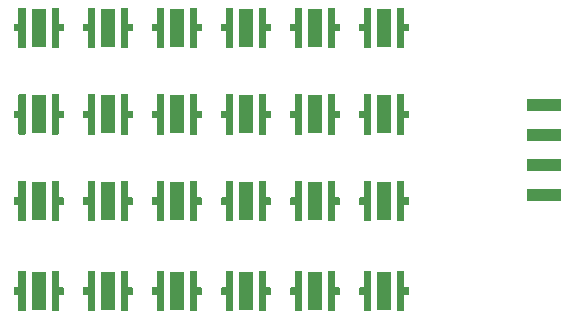
<source format=gbr>
G04 EAGLE Gerber X2 export*
%TF.Part,Single*%
%TF.FileFunction,Paste,Top*%
%TF.FilePolarity,Positive*%
%TF.GenerationSoftware,Autodesk,EAGLE,9.1.0*%
%TF.CreationDate,2018-09-11T12:43:45Z*%
G75*
%MOMM*%
%FSLAX34Y34*%
%LPD*%
%AMOC8*
5,1,8,0,0,1.08239X$1,22.5*%
G01*
%ADD10R,1.300000X3.300000*%
%ADD11R,3.000000X1.000000*%

G36*
X667065Y740377D02*
X667065Y740377D01*
X667131Y740379D01*
X667174Y740397D01*
X667221Y740405D01*
X667278Y740439D01*
X667338Y740464D01*
X667373Y740495D01*
X667414Y740520D01*
X667456Y740571D01*
X667504Y740615D01*
X667526Y740657D01*
X667555Y740694D01*
X667576Y740756D01*
X667607Y740815D01*
X667615Y740869D01*
X667627Y740906D01*
X667626Y740946D01*
X667634Y741000D01*
X667634Y774000D01*
X667623Y774065D01*
X667621Y774131D01*
X667603Y774174D01*
X667595Y774221D01*
X667561Y774278D01*
X667536Y774338D01*
X667505Y774373D01*
X667480Y774414D01*
X667429Y774456D01*
X667385Y774504D01*
X667343Y774526D01*
X667306Y774555D01*
X667244Y774576D01*
X667185Y774607D01*
X667131Y774615D01*
X667094Y774627D01*
X667054Y774626D01*
X667000Y774634D01*
X662000Y774634D01*
X661935Y774623D01*
X661869Y774621D01*
X661826Y774603D01*
X661779Y774595D01*
X661722Y774561D01*
X661662Y774536D01*
X661627Y774505D01*
X661586Y774480D01*
X661545Y774429D01*
X661496Y774385D01*
X661474Y774343D01*
X661445Y774306D01*
X661424Y774244D01*
X661393Y774185D01*
X661385Y774131D01*
X661373Y774094D01*
X661373Y774076D01*
X661373Y774075D01*
X661373Y774051D01*
X661366Y774000D01*
X661366Y760634D01*
X658000Y760634D01*
X657935Y760623D01*
X657869Y760621D01*
X657826Y760603D01*
X657779Y760595D01*
X657722Y760561D01*
X657662Y760536D01*
X657627Y760505D01*
X657586Y760480D01*
X657545Y760429D01*
X657496Y760385D01*
X657474Y760343D01*
X657445Y760306D01*
X657424Y760244D01*
X657393Y760185D01*
X657385Y760131D01*
X657373Y760094D01*
X657374Y760054D01*
X657366Y760000D01*
X657366Y755000D01*
X657377Y754935D01*
X657379Y754869D01*
X657397Y754826D01*
X657405Y754779D01*
X657439Y754722D01*
X657464Y754662D01*
X657495Y754627D01*
X657520Y754586D01*
X657571Y754545D01*
X657615Y754496D01*
X657657Y754474D01*
X657694Y754445D01*
X657756Y754424D01*
X657815Y754393D01*
X657869Y754385D01*
X657906Y754373D01*
X657946Y754374D01*
X658000Y754366D01*
X661366Y754366D01*
X661366Y741000D01*
X661377Y740935D01*
X661379Y740869D01*
X661397Y740826D01*
X661405Y740779D01*
X661439Y740722D01*
X661464Y740662D01*
X661495Y740627D01*
X661520Y740586D01*
X661571Y740545D01*
X661615Y740496D01*
X661657Y740474D01*
X661694Y740445D01*
X661756Y740424D01*
X661815Y740393D01*
X661869Y740385D01*
X661906Y740373D01*
X661946Y740374D01*
X662000Y740366D01*
X667000Y740366D01*
X667065Y740377D01*
G37*
G36*
X519565Y740377D02*
X519565Y740377D01*
X519631Y740379D01*
X519674Y740397D01*
X519721Y740405D01*
X519778Y740439D01*
X519838Y740464D01*
X519873Y740495D01*
X519914Y740520D01*
X519956Y740571D01*
X520004Y740615D01*
X520026Y740657D01*
X520055Y740694D01*
X520076Y740756D01*
X520107Y740815D01*
X520115Y740869D01*
X520127Y740906D01*
X520126Y740946D01*
X520134Y741000D01*
X520134Y754366D01*
X523500Y754366D01*
X523565Y754377D01*
X523631Y754379D01*
X523674Y754397D01*
X523721Y754405D01*
X523778Y754439D01*
X523838Y754464D01*
X523873Y754495D01*
X523914Y754520D01*
X523956Y754571D01*
X524004Y754615D01*
X524026Y754657D01*
X524055Y754694D01*
X524076Y754756D01*
X524107Y754815D01*
X524115Y754869D01*
X524127Y754906D01*
X524126Y754946D01*
X524134Y755000D01*
X524134Y760000D01*
X524123Y760065D01*
X524121Y760131D01*
X524103Y760174D01*
X524095Y760221D01*
X524061Y760278D01*
X524036Y760338D01*
X524005Y760373D01*
X523980Y760414D01*
X523929Y760456D01*
X523885Y760504D01*
X523843Y760526D01*
X523806Y760555D01*
X523744Y760576D01*
X523685Y760607D01*
X523631Y760615D01*
X523594Y760627D01*
X523554Y760626D01*
X523500Y760634D01*
X520134Y760634D01*
X520134Y774000D01*
X520123Y774065D01*
X520121Y774131D01*
X520103Y774174D01*
X520095Y774221D01*
X520061Y774278D01*
X520036Y774338D01*
X520005Y774373D01*
X519980Y774414D01*
X519929Y774456D01*
X519885Y774504D01*
X519843Y774526D01*
X519806Y774555D01*
X519744Y774576D01*
X519685Y774607D01*
X519631Y774615D01*
X519594Y774627D01*
X519554Y774626D01*
X519500Y774634D01*
X514500Y774634D01*
X514435Y774623D01*
X514369Y774621D01*
X514326Y774603D01*
X514279Y774595D01*
X514222Y774561D01*
X514162Y774536D01*
X514127Y774505D01*
X514086Y774480D01*
X514045Y774429D01*
X513996Y774385D01*
X513974Y774343D01*
X513945Y774306D01*
X513924Y774244D01*
X513893Y774185D01*
X513885Y774131D01*
X513873Y774094D01*
X513873Y774076D01*
X513873Y774075D01*
X513873Y774051D01*
X513866Y774000D01*
X513866Y741000D01*
X513877Y740935D01*
X513879Y740869D01*
X513897Y740826D01*
X513905Y740779D01*
X513939Y740722D01*
X513964Y740662D01*
X513995Y740627D01*
X514020Y740586D01*
X514071Y740545D01*
X514115Y740496D01*
X514157Y740474D01*
X514194Y740445D01*
X514256Y740424D01*
X514315Y740393D01*
X514369Y740385D01*
X514406Y740373D01*
X514446Y740374D01*
X514500Y740366D01*
X519500Y740366D01*
X519565Y740377D01*
G37*
G36*
X491565Y740377D02*
X491565Y740377D01*
X491631Y740379D01*
X491674Y740397D01*
X491721Y740405D01*
X491778Y740439D01*
X491838Y740464D01*
X491873Y740495D01*
X491914Y740520D01*
X491956Y740571D01*
X492004Y740615D01*
X492026Y740657D01*
X492055Y740694D01*
X492076Y740756D01*
X492107Y740815D01*
X492115Y740869D01*
X492127Y740906D01*
X492126Y740946D01*
X492134Y741000D01*
X492134Y774000D01*
X492123Y774065D01*
X492121Y774131D01*
X492103Y774174D01*
X492095Y774221D01*
X492061Y774278D01*
X492036Y774338D01*
X492005Y774373D01*
X491980Y774414D01*
X491929Y774456D01*
X491885Y774504D01*
X491843Y774526D01*
X491806Y774555D01*
X491744Y774576D01*
X491685Y774607D01*
X491631Y774615D01*
X491594Y774627D01*
X491554Y774626D01*
X491500Y774634D01*
X486500Y774634D01*
X486435Y774623D01*
X486369Y774621D01*
X486326Y774603D01*
X486279Y774595D01*
X486222Y774561D01*
X486162Y774536D01*
X486127Y774505D01*
X486086Y774480D01*
X486045Y774429D01*
X485996Y774385D01*
X485974Y774343D01*
X485945Y774306D01*
X485924Y774244D01*
X485893Y774185D01*
X485885Y774131D01*
X485873Y774094D01*
X485873Y774076D01*
X485873Y774075D01*
X485873Y774051D01*
X485866Y774000D01*
X485866Y760634D01*
X482500Y760634D01*
X482435Y760623D01*
X482369Y760621D01*
X482326Y760603D01*
X482279Y760595D01*
X482222Y760561D01*
X482162Y760536D01*
X482127Y760505D01*
X482086Y760480D01*
X482045Y760429D01*
X481996Y760385D01*
X481974Y760343D01*
X481945Y760306D01*
X481924Y760244D01*
X481893Y760185D01*
X481885Y760131D01*
X481873Y760094D01*
X481874Y760054D01*
X481866Y760000D01*
X481866Y755000D01*
X481877Y754935D01*
X481879Y754869D01*
X481897Y754826D01*
X481905Y754779D01*
X481939Y754722D01*
X481964Y754662D01*
X481995Y754627D01*
X482020Y754586D01*
X482071Y754545D01*
X482115Y754496D01*
X482157Y754474D01*
X482194Y754445D01*
X482256Y754424D01*
X482315Y754393D01*
X482369Y754385D01*
X482406Y754373D01*
X482446Y754374D01*
X482500Y754366D01*
X485866Y754366D01*
X485866Y741000D01*
X485877Y740935D01*
X485879Y740869D01*
X485897Y740826D01*
X485905Y740779D01*
X485939Y740722D01*
X485964Y740662D01*
X485995Y740627D01*
X486020Y740586D01*
X486071Y740545D01*
X486115Y740496D01*
X486157Y740474D01*
X486194Y740445D01*
X486256Y740424D01*
X486315Y740393D01*
X486369Y740385D01*
X486406Y740373D01*
X486446Y740374D01*
X486500Y740366D01*
X491500Y740366D01*
X491565Y740377D01*
G37*
G36*
X374565Y740377D02*
X374565Y740377D01*
X374631Y740379D01*
X374674Y740397D01*
X374721Y740405D01*
X374778Y740439D01*
X374838Y740464D01*
X374873Y740495D01*
X374914Y740520D01*
X374956Y740571D01*
X375004Y740615D01*
X375026Y740657D01*
X375055Y740694D01*
X375076Y740756D01*
X375107Y740815D01*
X375115Y740869D01*
X375127Y740906D01*
X375126Y740946D01*
X375134Y741000D01*
X375134Y774000D01*
X375123Y774065D01*
X375121Y774131D01*
X375103Y774174D01*
X375095Y774221D01*
X375061Y774278D01*
X375036Y774338D01*
X375005Y774373D01*
X374980Y774414D01*
X374929Y774456D01*
X374885Y774504D01*
X374843Y774526D01*
X374806Y774555D01*
X374744Y774576D01*
X374685Y774607D01*
X374631Y774615D01*
X374594Y774627D01*
X374554Y774626D01*
X374500Y774634D01*
X369500Y774634D01*
X369435Y774623D01*
X369369Y774621D01*
X369326Y774603D01*
X369279Y774595D01*
X369222Y774561D01*
X369162Y774536D01*
X369127Y774505D01*
X369086Y774480D01*
X369045Y774429D01*
X368996Y774385D01*
X368974Y774343D01*
X368945Y774306D01*
X368924Y774244D01*
X368893Y774185D01*
X368885Y774131D01*
X368873Y774094D01*
X368873Y774076D01*
X368873Y774075D01*
X368873Y774051D01*
X368866Y774000D01*
X368866Y760634D01*
X365500Y760634D01*
X365435Y760623D01*
X365369Y760621D01*
X365326Y760603D01*
X365279Y760595D01*
X365222Y760561D01*
X365162Y760536D01*
X365127Y760505D01*
X365086Y760480D01*
X365045Y760429D01*
X364996Y760385D01*
X364974Y760343D01*
X364945Y760306D01*
X364924Y760244D01*
X364893Y760185D01*
X364885Y760131D01*
X364873Y760094D01*
X364874Y760054D01*
X364866Y760000D01*
X364866Y755000D01*
X364877Y754935D01*
X364879Y754869D01*
X364897Y754826D01*
X364905Y754779D01*
X364939Y754722D01*
X364964Y754662D01*
X364995Y754627D01*
X365020Y754586D01*
X365071Y754545D01*
X365115Y754496D01*
X365157Y754474D01*
X365194Y754445D01*
X365256Y754424D01*
X365315Y754393D01*
X365369Y754385D01*
X365406Y754373D01*
X365446Y754374D01*
X365500Y754366D01*
X368866Y754366D01*
X368866Y741000D01*
X368877Y740935D01*
X368879Y740869D01*
X368897Y740826D01*
X368905Y740779D01*
X368939Y740722D01*
X368964Y740662D01*
X368995Y740627D01*
X369020Y740586D01*
X369071Y740545D01*
X369115Y740496D01*
X369157Y740474D01*
X369194Y740445D01*
X369256Y740424D01*
X369315Y740393D01*
X369369Y740385D01*
X369406Y740373D01*
X369446Y740374D01*
X369500Y740366D01*
X374500Y740366D01*
X374565Y740377D01*
G37*
G36*
X636565Y740377D02*
X636565Y740377D01*
X636631Y740379D01*
X636674Y740397D01*
X636721Y740405D01*
X636778Y740439D01*
X636838Y740464D01*
X636873Y740495D01*
X636914Y740520D01*
X636956Y740571D01*
X637004Y740615D01*
X637026Y740657D01*
X637055Y740694D01*
X637076Y740756D01*
X637107Y740815D01*
X637115Y740869D01*
X637127Y740906D01*
X637126Y740946D01*
X637134Y741000D01*
X637134Y754366D01*
X640500Y754366D01*
X640565Y754377D01*
X640631Y754379D01*
X640674Y754397D01*
X640721Y754405D01*
X640778Y754439D01*
X640838Y754464D01*
X640873Y754495D01*
X640914Y754520D01*
X640956Y754571D01*
X641004Y754615D01*
X641026Y754657D01*
X641055Y754694D01*
X641076Y754756D01*
X641107Y754815D01*
X641115Y754869D01*
X641127Y754906D01*
X641126Y754946D01*
X641134Y755000D01*
X641134Y760000D01*
X641123Y760065D01*
X641121Y760131D01*
X641103Y760174D01*
X641095Y760221D01*
X641061Y760278D01*
X641036Y760338D01*
X641005Y760373D01*
X640980Y760414D01*
X640929Y760456D01*
X640885Y760504D01*
X640843Y760526D01*
X640806Y760555D01*
X640744Y760576D01*
X640685Y760607D01*
X640631Y760615D01*
X640594Y760627D01*
X640554Y760626D01*
X640500Y760634D01*
X637134Y760634D01*
X637134Y774000D01*
X637123Y774065D01*
X637121Y774131D01*
X637103Y774174D01*
X637095Y774221D01*
X637061Y774278D01*
X637036Y774338D01*
X637005Y774373D01*
X636980Y774414D01*
X636929Y774456D01*
X636885Y774504D01*
X636843Y774526D01*
X636806Y774555D01*
X636744Y774576D01*
X636685Y774607D01*
X636631Y774615D01*
X636594Y774627D01*
X636554Y774626D01*
X636500Y774634D01*
X631500Y774634D01*
X631435Y774623D01*
X631369Y774621D01*
X631326Y774603D01*
X631279Y774595D01*
X631222Y774561D01*
X631162Y774536D01*
X631127Y774505D01*
X631086Y774480D01*
X631045Y774429D01*
X630996Y774385D01*
X630974Y774343D01*
X630945Y774306D01*
X630924Y774244D01*
X630893Y774185D01*
X630885Y774131D01*
X630873Y774094D01*
X630873Y774076D01*
X630873Y774075D01*
X630873Y774051D01*
X630866Y774000D01*
X630866Y741000D01*
X630877Y740935D01*
X630879Y740869D01*
X630897Y740826D01*
X630905Y740779D01*
X630939Y740722D01*
X630964Y740662D01*
X630995Y740627D01*
X631020Y740586D01*
X631071Y740545D01*
X631115Y740496D01*
X631157Y740474D01*
X631194Y740445D01*
X631256Y740424D01*
X631315Y740393D01*
X631369Y740385D01*
X631406Y740373D01*
X631446Y740374D01*
X631500Y740366D01*
X636500Y740366D01*
X636565Y740377D01*
G37*
G36*
X550065Y740377D02*
X550065Y740377D01*
X550131Y740379D01*
X550174Y740397D01*
X550221Y740405D01*
X550278Y740439D01*
X550338Y740464D01*
X550373Y740495D01*
X550414Y740520D01*
X550456Y740571D01*
X550504Y740615D01*
X550526Y740657D01*
X550555Y740694D01*
X550576Y740756D01*
X550607Y740815D01*
X550615Y740869D01*
X550627Y740906D01*
X550626Y740946D01*
X550634Y741000D01*
X550634Y774000D01*
X550623Y774065D01*
X550621Y774131D01*
X550603Y774174D01*
X550595Y774221D01*
X550561Y774278D01*
X550536Y774338D01*
X550505Y774373D01*
X550480Y774414D01*
X550429Y774456D01*
X550385Y774504D01*
X550343Y774526D01*
X550306Y774555D01*
X550244Y774576D01*
X550185Y774607D01*
X550131Y774615D01*
X550094Y774627D01*
X550054Y774626D01*
X550000Y774634D01*
X545000Y774634D01*
X544935Y774623D01*
X544869Y774621D01*
X544826Y774603D01*
X544779Y774595D01*
X544722Y774561D01*
X544662Y774536D01*
X544627Y774505D01*
X544586Y774480D01*
X544545Y774429D01*
X544496Y774385D01*
X544474Y774343D01*
X544445Y774306D01*
X544424Y774244D01*
X544393Y774185D01*
X544385Y774131D01*
X544373Y774094D01*
X544373Y774076D01*
X544373Y774075D01*
X544373Y774051D01*
X544366Y774000D01*
X544366Y760634D01*
X541000Y760634D01*
X540935Y760623D01*
X540869Y760621D01*
X540826Y760603D01*
X540779Y760595D01*
X540722Y760561D01*
X540662Y760536D01*
X540627Y760505D01*
X540586Y760480D01*
X540545Y760429D01*
X540496Y760385D01*
X540474Y760343D01*
X540445Y760306D01*
X540424Y760244D01*
X540393Y760185D01*
X540385Y760131D01*
X540373Y760094D01*
X540374Y760054D01*
X540366Y760000D01*
X540366Y755000D01*
X540377Y754935D01*
X540379Y754869D01*
X540397Y754826D01*
X540405Y754779D01*
X540439Y754722D01*
X540464Y754662D01*
X540495Y754627D01*
X540520Y754586D01*
X540571Y754545D01*
X540615Y754496D01*
X540657Y754474D01*
X540694Y754445D01*
X540756Y754424D01*
X540815Y754393D01*
X540869Y754385D01*
X540906Y754373D01*
X540946Y754374D01*
X541000Y754366D01*
X544366Y754366D01*
X544366Y741000D01*
X544377Y740935D01*
X544379Y740869D01*
X544397Y740826D01*
X544405Y740779D01*
X544439Y740722D01*
X544464Y740662D01*
X544495Y740627D01*
X544520Y740586D01*
X544571Y740545D01*
X544615Y740496D01*
X544657Y740474D01*
X544694Y740445D01*
X544756Y740424D01*
X544815Y740393D01*
X544869Y740385D01*
X544906Y740373D01*
X544946Y740374D01*
X545000Y740366D01*
X550000Y740366D01*
X550065Y740377D01*
G37*
G36*
X461065Y740377D02*
X461065Y740377D01*
X461131Y740379D01*
X461174Y740397D01*
X461221Y740405D01*
X461278Y740439D01*
X461338Y740464D01*
X461373Y740495D01*
X461414Y740520D01*
X461456Y740571D01*
X461504Y740615D01*
X461526Y740657D01*
X461555Y740694D01*
X461576Y740756D01*
X461607Y740815D01*
X461615Y740869D01*
X461627Y740906D01*
X461626Y740946D01*
X461634Y741000D01*
X461634Y754366D01*
X465000Y754366D01*
X465065Y754377D01*
X465131Y754379D01*
X465174Y754397D01*
X465221Y754405D01*
X465278Y754439D01*
X465338Y754464D01*
X465373Y754495D01*
X465414Y754520D01*
X465456Y754571D01*
X465504Y754615D01*
X465526Y754657D01*
X465555Y754694D01*
X465576Y754756D01*
X465607Y754815D01*
X465615Y754869D01*
X465627Y754906D01*
X465626Y754946D01*
X465634Y755000D01*
X465634Y760000D01*
X465623Y760065D01*
X465621Y760131D01*
X465603Y760174D01*
X465595Y760221D01*
X465561Y760278D01*
X465536Y760338D01*
X465505Y760373D01*
X465480Y760414D01*
X465429Y760456D01*
X465385Y760504D01*
X465343Y760526D01*
X465306Y760555D01*
X465244Y760576D01*
X465185Y760607D01*
X465131Y760615D01*
X465094Y760627D01*
X465054Y760626D01*
X465000Y760634D01*
X461634Y760634D01*
X461634Y774000D01*
X461623Y774065D01*
X461621Y774131D01*
X461603Y774174D01*
X461595Y774221D01*
X461561Y774278D01*
X461536Y774338D01*
X461505Y774373D01*
X461480Y774414D01*
X461429Y774456D01*
X461385Y774504D01*
X461343Y774526D01*
X461306Y774555D01*
X461244Y774576D01*
X461185Y774607D01*
X461131Y774615D01*
X461094Y774627D01*
X461054Y774626D01*
X461000Y774634D01*
X456000Y774634D01*
X455935Y774623D01*
X455869Y774621D01*
X455826Y774603D01*
X455779Y774595D01*
X455722Y774561D01*
X455662Y774536D01*
X455627Y774505D01*
X455586Y774480D01*
X455545Y774429D01*
X455496Y774385D01*
X455474Y774343D01*
X455445Y774306D01*
X455424Y774244D01*
X455393Y774185D01*
X455385Y774131D01*
X455373Y774094D01*
X455373Y774076D01*
X455373Y774075D01*
X455373Y774051D01*
X455366Y774000D01*
X455366Y741000D01*
X455377Y740935D01*
X455379Y740869D01*
X455397Y740826D01*
X455405Y740779D01*
X455439Y740722D01*
X455464Y740662D01*
X455495Y740627D01*
X455520Y740586D01*
X455571Y740545D01*
X455615Y740496D01*
X455657Y740474D01*
X455694Y740445D01*
X455756Y740424D01*
X455815Y740393D01*
X455869Y740385D01*
X455906Y740373D01*
X455946Y740374D01*
X456000Y740366D01*
X461000Y740366D01*
X461065Y740377D01*
G37*
G36*
X433065Y740377D02*
X433065Y740377D01*
X433131Y740379D01*
X433174Y740397D01*
X433221Y740405D01*
X433278Y740439D01*
X433338Y740464D01*
X433373Y740495D01*
X433414Y740520D01*
X433456Y740571D01*
X433504Y740615D01*
X433526Y740657D01*
X433555Y740694D01*
X433576Y740756D01*
X433607Y740815D01*
X433615Y740869D01*
X433627Y740906D01*
X433626Y740946D01*
X433634Y741000D01*
X433634Y774000D01*
X433623Y774065D01*
X433621Y774131D01*
X433603Y774174D01*
X433595Y774221D01*
X433561Y774278D01*
X433536Y774338D01*
X433505Y774373D01*
X433480Y774414D01*
X433429Y774456D01*
X433385Y774504D01*
X433343Y774526D01*
X433306Y774555D01*
X433244Y774576D01*
X433185Y774607D01*
X433131Y774615D01*
X433094Y774627D01*
X433054Y774626D01*
X433000Y774634D01*
X428000Y774634D01*
X427935Y774623D01*
X427869Y774621D01*
X427826Y774603D01*
X427779Y774595D01*
X427722Y774561D01*
X427662Y774536D01*
X427627Y774505D01*
X427586Y774480D01*
X427545Y774429D01*
X427496Y774385D01*
X427474Y774343D01*
X427445Y774306D01*
X427424Y774244D01*
X427393Y774185D01*
X427385Y774131D01*
X427373Y774094D01*
X427373Y774076D01*
X427373Y774075D01*
X427373Y774051D01*
X427366Y774000D01*
X427366Y760634D01*
X424000Y760634D01*
X423935Y760623D01*
X423869Y760621D01*
X423826Y760603D01*
X423779Y760595D01*
X423722Y760561D01*
X423662Y760536D01*
X423627Y760505D01*
X423586Y760480D01*
X423545Y760429D01*
X423496Y760385D01*
X423474Y760343D01*
X423445Y760306D01*
X423424Y760244D01*
X423393Y760185D01*
X423385Y760131D01*
X423373Y760094D01*
X423374Y760054D01*
X423366Y760000D01*
X423366Y755000D01*
X423377Y754935D01*
X423379Y754869D01*
X423397Y754826D01*
X423405Y754779D01*
X423439Y754722D01*
X423464Y754662D01*
X423495Y754627D01*
X423520Y754586D01*
X423571Y754545D01*
X423615Y754496D01*
X423657Y754474D01*
X423694Y754445D01*
X423756Y754424D01*
X423815Y754393D01*
X423869Y754385D01*
X423906Y754373D01*
X423946Y754374D01*
X424000Y754366D01*
X427366Y754366D01*
X427366Y741000D01*
X427377Y740935D01*
X427379Y740869D01*
X427397Y740826D01*
X427405Y740779D01*
X427439Y740722D01*
X427464Y740662D01*
X427495Y740627D01*
X427520Y740586D01*
X427571Y740545D01*
X427615Y740496D01*
X427657Y740474D01*
X427694Y740445D01*
X427756Y740424D01*
X427815Y740393D01*
X427869Y740385D01*
X427906Y740373D01*
X427946Y740374D01*
X428000Y740366D01*
X433000Y740366D01*
X433065Y740377D01*
G37*
G36*
X608565Y740377D02*
X608565Y740377D01*
X608631Y740379D01*
X608674Y740397D01*
X608721Y740405D01*
X608778Y740439D01*
X608838Y740464D01*
X608873Y740495D01*
X608914Y740520D01*
X608956Y740571D01*
X609004Y740615D01*
X609026Y740657D01*
X609055Y740694D01*
X609076Y740756D01*
X609107Y740815D01*
X609115Y740869D01*
X609127Y740906D01*
X609126Y740946D01*
X609134Y741000D01*
X609134Y774000D01*
X609123Y774065D01*
X609121Y774131D01*
X609103Y774174D01*
X609095Y774221D01*
X609061Y774278D01*
X609036Y774338D01*
X609005Y774373D01*
X608980Y774414D01*
X608929Y774456D01*
X608885Y774504D01*
X608843Y774526D01*
X608806Y774555D01*
X608744Y774576D01*
X608685Y774607D01*
X608631Y774615D01*
X608594Y774627D01*
X608554Y774626D01*
X608500Y774634D01*
X603500Y774634D01*
X603435Y774623D01*
X603369Y774621D01*
X603326Y774603D01*
X603279Y774595D01*
X603222Y774561D01*
X603162Y774536D01*
X603127Y774505D01*
X603086Y774480D01*
X603045Y774429D01*
X602996Y774385D01*
X602974Y774343D01*
X602945Y774306D01*
X602924Y774244D01*
X602893Y774185D01*
X602885Y774131D01*
X602873Y774094D01*
X602873Y774076D01*
X602873Y774075D01*
X602873Y774051D01*
X602866Y774000D01*
X602866Y760634D01*
X599500Y760634D01*
X599435Y760623D01*
X599369Y760621D01*
X599326Y760603D01*
X599279Y760595D01*
X599222Y760561D01*
X599162Y760536D01*
X599127Y760505D01*
X599086Y760480D01*
X599045Y760429D01*
X598996Y760385D01*
X598974Y760343D01*
X598945Y760306D01*
X598924Y760244D01*
X598893Y760185D01*
X598885Y760131D01*
X598873Y760094D01*
X598874Y760054D01*
X598866Y760000D01*
X598866Y755000D01*
X598877Y754935D01*
X598879Y754869D01*
X598897Y754826D01*
X598905Y754779D01*
X598939Y754722D01*
X598964Y754662D01*
X598995Y754627D01*
X599020Y754586D01*
X599071Y754545D01*
X599115Y754496D01*
X599157Y754474D01*
X599194Y754445D01*
X599256Y754424D01*
X599315Y754393D01*
X599369Y754385D01*
X599406Y754373D01*
X599446Y754374D01*
X599500Y754366D01*
X602866Y754366D01*
X602866Y741000D01*
X602877Y740935D01*
X602879Y740869D01*
X602897Y740826D01*
X602905Y740779D01*
X602939Y740722D01*
X602964Y740662D01*
X602995Y740627D01*
X603020Y740586D01*
X603071Y740545D01*
X603115Y740496D01*
X603157Y740474D01*
X603194Y740445D01*
X603256Y740424D01*
X603315Y740393D01*
X603369Y740385D01*
X603406Y740373D01*
X603446Y740374D01*
X603500Y740366D01*
X608500Y740366D01*
X608565Y740377D01*
G37*
G36*
X578065Y740377D02*
X578065Y740377D01*
X578131Y740379D01*
X578174Y740397D01*
X578221Y740405D01*
X578278Y740439D01*
X578338Y740464D01*
X578373Y740495D01*
X578414Y740520D01*
X578456Y740571D01*
X578504Y740615D01*
X578526Y740657D01*
X578555Y740694D01*
X578576Y740756D01*
X578607Y740815D01*
X578615Y740869D01*
X578627Y740906D01*
X578626Y740946D01*
X578634Y741000D01*
X578634Y754366D01*
X582000Y754366D01*
X582065Y754377D01*
X582131Y754379D01*
X582174Y754397D01*
X582221Y754405D01*
X582278Y754439D01*
X582338Y754464D01*
X582373Y754495D01*
X582414Y754520D01*
X582456Y754571D01*
X582504Y754615D01*
X582526Y754657D01*
X582555Y754694D01*
X582576Y754756D01*
X582607Y754815D01*
X582615Y754869D01*
X582627Y754906D01*
X582626Y754946D01*
X582634Y755000D01*
X582634Y760000D01*
X582623Y760065D01*
X582621Y760131D01*
X582603Y760174D01*
X582595Y760221D01*
X582561Y760278D01*
X582536Y760338D01*
X582505Y760373D01*
X582480Y760414D01*
X582429Y760456D01*
X582385Y760504D01*
X582343Y760526D01*
X582306Y760555D01*
X582244Y760576D01*
X582185Y760607D01*
X582131Y760615D01*
X582094Y760627D01*
X582054Y760626D01*
X582000Y760634D01*
X578634Y760634D01*
X578634Y774000D01*
X578623Y774065D01*
X578621Y774131D01*
X578603Y774174D01*
X578595Y774221D01*
X578561Y774278D01*
X578536Y774338D01*
X578505Y774373D01*
X578480Y774414D01*
X578429Y774456D01*
X578385Y774504D01*
X578343Y774526D01*
X578306Y774555D01*
X578244Y774576D01*
X578185Y774607D01*
X578131Y774615D01*
X578094Y774627D01*
X578054Y774626D01*
X578000Y774634D01*
X573000Y774634D01*
X572935Y774623D01*
X572869Y774621D01*
X572826Y774603D01*
X572779Y774595D01*
X572722Y774561D01*
X572662Y774536D01*
X572627Y774505D01*
X572586Y774480D01*
X572545Y774429D01*
X572496Y774385D01*
X572474Y774343D01*
X572445Y774306D01*
X572424Y774244D01*
X572393Y774185D01*
X572385Y774131D01*
X572373Y774094D01*
X572373Y774076D01*
X572373Y774075D01*
X572373Y774051D01*
X572366Y774000D01*
X572366Y741000D01*
X572377Y740935D01*
X572379Y740869D01*
X572397Y740826D01*
X572405Y740779D01*
X572439Y740722D01*
X572464Y740662D01*
X572495Y740627D01*
X572520Y740586D01*
X572571Y740545D01*
X572615Y740496D01*
X572657Y740474D01*
X572694Y740445D01*
X572756Y740424D01*
X572815Y740393D01*
X572869Y740385D01*
X572906Y740373D01*
X572946Y740374D01*
X573000Y740366D01*
X578000Y740366D01*
X578065Y740377D01*
G37*
G36*
X402565Y740377D02*
X402565Y740377D01*
X402631Y740379D01*
X402674Y740397D01*
X402721Y740405D01*
X402778Y740439D01*
X402838Y740464D01*
X402873Y740495D01*
X402914Y740520D01*
X402956Y740571D01*
X403004Y740615D01*
X403026Y740657D01*
X403055Y740694D01*
X403076Y740756D01*
X403107Y740815D01*
X403115Y740869D01*
X403127Y740906D01*
X403126Y740946D01*
X403134Y741000D01*
X403134Y754366D01*
X406500Y754366D01*
X406565Y754377D01*
X406631Y754379D01*
X406674Y754397D01*
X406721Y754405D01*
X406778Y754439D01*
X406838Y754464D01*
X406873Y754495D01*
X406914Y754520D01*
X406956Y754571D01*
X407004Y754615D01*
X407026Y754657D01*
X407055Y754694D01*
X407076Y754756D01*
X407107Y754815D01*
X407115Y754869D01*
X407127Y754906D01*
X407126Y754946D01*
X407134Y755000D01*
X407134Y760000D01*
X407123Y760065D01*
X407121Y760131D01*
X407103Y760174D01*
X407095Y760221D01*
X407061Y760278D01*
X407036Y760338D01*
X407005Y760373D01*
X406980Y760414D01*
X406929Y760456D01*
X406885Y760504D01*
X406843Y760526D01*
X406806Y760555D01*
X406744Y760576D01*
X406685Y760607D01*
X406631Y760615D01*
X406594Y760627D01*
X406554Y760626D01*
X406500Y760634D01*
X403134Y760634D01*
X403134Y774000D01*
X403123Y774065D01*
X403121Y774131D01*
X403103Y774174D01*
X403095Y774221D01*
X403061Y774278D01*
X403036Y774338D01*
X403005Y774373D01*
X402980Y774414D01*
X402929Y774456D01*
X402885Y774504D01*
X402843Y774526D01*
X402806Y774555D01*
X402744Y774576D01*
X402685Y774607D01*
X402631Y774615D01*
X402594Y774627D01*
X402554Y774626D01*
X402500Y774634D01*
X397500Y774634D01*
X397435Y774623D01*
X397369Y774621D01*
X397326Y774603D01*
X397279Y774595D01*
X397222Y774561D01*
X397162Y774536D01*
X397127Y774505D01*
X397086Y774480D01*
X397045Y774429D01*
X396996Y774385D01*
X396974Y774343D01*
X396945Y774306D01*
X396924Y774244D01*
X396893Y774185D01*
X396885Y774131D01*
X396873Y774094D01*
X396873Y774076D01*
X396873Y774075D01*
X396873Y774051D01*
X396866Y774000D01*
X396866Y741000D01*
X396877Y740935D01*
X396879Y740869D01*
X396897Y740826D01*
X396905Y740779D01*
X396939Y740722D01*
X396964Y740662D01*
X396995Y740627D01*
X397020Y740586D01*
X397071Y740545D01*
X397115Y740496D01*
X397157Y740474D01*
X397194Y740445D01*
X397256Y740424D01*
X397315Y740393D01*
X397369Y740385D01*
X397406Y740373D01*
X397446Y740374D01*
X397500Y740366D01*
X402500Y740366D01*
X402565Y740377D01*
G37*
G36*
X695065Y740377D02*
X695065Y740377D01*
X695131Y740379D01*
X695174Y740397D01*
X695221Y740405D01*
X695278Y740439D01*
X695338Y740464D01*
X695373Y740495D01*
X695414Y740520D01*
X695456Y740571D01*
X695504Y740615D01*
X695526Y740657D01*
X695555Y740694D01*
X695576Y740756D01*
X695607Y740815D01*
X695615Y740869D01*
X695627Y740906D01*
X695626Y740946D01*
X695634Y741000D01*
X695634Y754366D01*
X699000Y754366D01*
X699065Y754377D01*
X699131Y754379D01*
X699174Y754397D01*
X699221Y754405D01*
X699278Y754439D01*
X699338Y754464D01*
X699373Y754495D01*
X699414Y754520D01*
X699456Y754571D01*
X699504Y754615D01*
X699526Y754657D01*
X699555Y754694D01*
X699576Y754756D01*
X699607Y754815D01*
X699615Y754869D01*
X699627Y754906D01*
X699626Y754946D01*
X699634Y755000D01*
X699634Y760000D01*
X699623Y760065D01*
X699621Y760131D01*
X699603Y760174D01*
X699595Y760221D01*
X699561Y760278D01*
X699536Y760338D01*
X699505Y760373D01*
X699480Y760414D01*
X699429Y760456D01*
X699385Y760504D01*
X699343Y760526D01*
X699306Y760555D01*
X699244Y760576D01*
X699185Y760607D01*
X699131Y760615D01*
X699094Y760627D01*
X699054Y760626D01*
X699000Y760634D01*
X695634Y760634D01*
X695634Y774000D01*
X695623Y774065D01*
X695621Y774131D01*
X695603Y774174D01*
X695595Y774221D01*
X695561Y774278D01*
X695536Y774338D01*
X695505Y774373D01*
X695480Y774414D01*
X695429Y774456D01*
X695385Y774504D01*
X695343Y774526D01*
X695306Y774555D01*
X695244Y774576D01*
X695185Y774607D01*
X695131Y774615D01*
X695094Y774627D01*
X695054Y774626D01*
X695000Y774634D01*
X690000Y774634D01*
X689935Y774623D01*
X689869Y774621D01*
X689826Y774603D01*
X689779Y774595D01*
X689722Y774561D01*
X689662Y774536D01*
X689627Y774505D01*
X689586Y774480D01*
X689545Y774429D01*
X689496Y774385D01*
X689474Y774343D01*
X689445Y774306D01*
X689424Y774244D01*
X689393Y774185D01*
X689385Y774131D01*
X689373Y774094D01*
X689373Y774076D01*
X689373Y774075D01*
X689373Y774051D01*
X689366Y774000D01*
X689366Y741000D01*
X689377Y740935D01*
X689379Y740869D01*
X689397Y740826D01*
X689405Y740779D01*
X689439Y740722D01*
X689464Y740662D01*
X689495Y740627D01*
X689520Y740586D01*
X689571Y740545D01*
X689615Y740496D01*
X689657Y740474D01*
X689694Y740445D01*
X689756Y740424D01*
X689815Y740393D01*
X689869Y740385D01*
X689906Y740373D01*
X689946Y740374D01*
X690000Y740366D01*
X695000Y740366D01*
X695065Y740377D01*
G37*
G36*
X578065Y667077D02*
X578065Y667077D01*
X578131Y667079D01*
X578174Y667097D01*
X578221Y667105D01*
X578278Y667139D01*
X578338Y667164D01*
X578373Y667195D01*
X578414Y667220D01*
X578456Y667271D01*
X578504Y667315D01*
X578526Y667357D01*
X578555Y667394D01*
X578576Y667456D01*
X578607Y667515D01*
X578615Y667569D01*
X578627Y667606D01*
X578626Y667646D01*
X578634Y667700D01*
X578634Y681066D01*
X582000Y681066D01*
X582065Y681077D01*
X582131Y681079D01*
X582174Y681097D01*
X582221Y681105D01*
X582278Y681139D01*
X582338Y681164D01*
X582373Y681195D01*
X582414Y681220D01*
X582456Y681271D01*
X582504Y681315D01*
X582526Y681357D01*
X582555Y681394D01*
X582576Y681456D01*
X582607Y681515D01*
X582615Y681569D01*
X582627Y681606D01*
X582626Y681646D01*
X582634Y681700D01*
X582634Y686700D01*
X582623Y686765D01*
X582621Y686831D01*
X582603Y686874D01*
X582595Y686921D01*
X582561Y686978D01*
X582536Y687038D01*
X582505Y687073D01*
X582480Y687114D01*
X582429Y687156D01*
X582385Y687204D01*
X582343Y687226D01*
X582306Y687255D01*
X582244Y687276D01*
X582185Y687307D01*
X582131Y687315D01*
X582094Y687327D01*
X582054Y687326D01*
X582000Y687334D01*
X578634Y687334D01*
X578634Y700700D01*
X578623Y700765D01*
X578621Y700831D01*
X578603Y700874D01*
X578595Y700921D01*
X578561Y700978D01*
X578536Y701038D01*
X578505Y701073D01*
X578480Y701114D01*
X578429Y701156D01*
X578385Y701204D01*
X578343Y701226D01*
X578306Y701255D01*
X578244Y701276D01*
X578185Y701307D01*
X578131Y701315D01*
X578094Y701327D01*
X578054Y701326D01*
X578000Y701334D01*
X573000Y701334D01*
X572935Y701323D01*
X572869Y701321D01*
X572826Y701303D01*
X572779Y701295D01*
X572722Y701261D01*
X572662Y701236D01*
X572627Y701205D01*
X572586Y701180D01*
X572545Y701129D01*
X572496Y701085D01*
X572474Y701043D01*
X572445Y701006D01*
X572424Y700944D01*
X572393Y700885D01*
X572385Y700831D01*
X572373Y700794D01*
X572373Y700776D01*
X572373Y700775D01*
X572373Y700751D01*
X572366Y700700D01*
X572366Y667700D01*
X572377Y667635D01*
X572379Y667569D01*
X572397Y667526D01*
X572405Y667479D01*
X572439Y667422D01*
X572464Y667362D01*
X572495Y667327D01*
X572520Y667286D01*
X572571Y667245D01*
X572615Y667196D01*
X572657Y667174D01*
X572694Y667145D01*
X572756Y667124D01*
X572815Y667093D01*
X572869Y667085D01*
X572906Y667073D01*
X572946Y667074D01*
X573000Y667066D01*
X578000Y667066D01*
X578065Y667077D01*
G37*
G36*
X433065Y667077D02*
X433065Y667077D01*
X433131Y667079D01*
X433174Y667097D01*
X433221Y667105D01*
X433278Y667139D01*
X433338Y667164D01*
X433373Y667195D01*
X433414Y667220D01*
X433456Y667271D01*
X433504Y667315D01*
X433526Y667357D01*
X433555Y667394D01*
X433576Y667456D01*
X433607Y667515D01*
X433615Y667569D01*
X433627Y667606D01*
X433626Y667646D01*
X433634Y667700D01*
X433634Y700700D01*
X433623Y700765D01*
X433621Y700831D01*
X433603Y700874D01*
X433595Y700921D01*
X433561Y700978D01*
X433536Y701038D01*
X433505Y701073D01*
X433480Y701114D01*
X433429Y701156D01*
X433385Y701204D01*
X433343Y701226D01*
X433306Y701255D01*
X433244Y701276D01*
X433185Y701307D01*
X433131Y701315D01*
X433094Y701327D01*
X433054Y701326D01*
X433000Y701334D01*
X428000Y701334D01*
X427935Y701323D01*
X427869Y701321D01*
X427826Y701303D01*
X427779Y701295D01*
X427722Y701261D01*
X427662Y701236D01*
X427627Y701205D01*
X427586Y701180D01*
X427545Y701129D01*
X427496Y701085D01*
X427474Y701043D01*
X427445Y701006D01*
X427424Y700944D01*
X427393Y700885D01*
X427385Y700831D01*
X427373Y700794D01*
X427373Y700776D01*
X427373Y700775D01*
X427373Y700751D01*
X427366Y700700D01*
X427366Y687334D01*
X424000Y687334D01*
X423935Y687323D01*
X423869Y687321D01*
X423826Y687303D01*
X423779Y687295D01*
X423722Y687261D01*
X423662Y687236D01*
X423627Y687205D01*
X423586Y687180D01*
X423545Y687129D01*
X423496Y687085D01*
X423474Y687043D01*
X423445Y687006D01*
X423424Y686944D01*
X423393Y686885D01*
X423385Y686831D01*
X423373Y686794D01*
X423374Y686754D01*
X423366Y686700D01*
X423366Y681700D01*
X423377Y681635D01*
X423379Y681569D01*
X423397Y681526D01*
X423405Y681479D01*
X423439Y681422D01*
X423464Y681362D01*
X423495Y681327D01*
X423520Y681286D01*
X423571Y681245D01*
X423615Y681196D01*
X423657Y681174D01*
X423694Y681145D01*
X423756Y681124D01*
X423815Y681093D01*
X423869Y681085D01*
X423906Y681073D01*
X423946Y681074D01*
X424000Y681066D01*
X427366Y681066D01*
X427366Y667700D01*
X427377Y667635D01*
X427379Y667569D01*
X427397Y667526D01*
X427405Y667479D01*
X427439Y667422D01*
X427464Y667362D01*
X427495Y667327D01*
X427520Y667286D01*
X427571Y667245D01*
X427615Y667196D01*
X427657Y667174D01*
X427694Y667145D01*
X427756Y667124D01*
X427815Y667093D01*
X427869Y667085D01*
X427906Y667073D01*
X427946Y667074D01*
X428000Y667066D01*
X433000Y667066D01*
X433065Y667077D01*
G37*
G36*
X519565Y667077D02*
X519565Y667077D01*
X519631Y667079D01*
X519674Y667097D01*
X519721Y667105D01*
X519778Y667139D01*
X519838Y667164D01*
X519873Y667195D01*
X519914Y667220D01*
X519956Y667271D01*
X520004Y667315D01*
X520026Y667357D01*
X520055Y667394D01*
X520076Y667456D01*
X520107Y667515D01*
X520115Y667569D01*
X520127Y667606D01*
X520126Y667646D01*
X520134Y667700D01*
X520134Y681066D01*
X523500Y681066D01*
X523565Y681077D01*
X523631Y681079D01*
X523674Y681097D01*
X523721Y681105D01*
X523778Y681139D01*
X523838Y681164D01*
X523873Y681195D01*
X523914Y681220D01*
X523956Y681271D01*
X524004Y681315D01*
X524026Y681357D01*
X524055Y681394D01*
X524076Y681456D01*
X524107Y681515D01*
X524115Y681569D01*
X524127Y681606D01*
X524126Y681646D01*
X524134Y681700D01*
X524134Y686700D01*
X524123Y686765D01*
X524121Y686831D01*
X524103Y686874D01*
X524095Y686921D01*
X524061Y686978D01*
X524036Y687038D01*
X524005Y687073D01*
X523980Y687114D01*
X523929Y687156D01*
X523885Y687204D01*
X523843Y687226D01*
X523806Y687255D01*
X523744Y687276D01*
X523685Y687307D01*
X523631Y687315D01*
X523594Y687327D01*
X523554Y687326D01*
X523500Y687334D01*
X520134Y687334D01*
X520134Y700700D01*
X520123Y700765D01*
X520121Y700831D01*
X520103Y700874D01*
X520095Y700921D01*
X520061Y700978D01*
X520036Y701038D01*
X520005Y701073D01*
X519980Y701114D01*
X519929Y701156D01*
X519885Y701204D01*
X519843Y701226D01*
X519806Y701255D01*
X519744Y701276D01*
X519685Y701307D01*
X519631Y701315D01*
X519594Y701327D01*
X519554Y701326D01*
X519500Y701334D01*
X514500Y701334D01*
X514435Y701323D01*
X514369Y701321D01*
X514326Y701303D01*
X514279Y701295D01*
X514222Y701261D01*
X514162Y701236D01*
X514127Y701205D01*
X514086Y701180D01*
X514045Y701129D01*
X513996Y701085D01*
X513974Y701043D01*
X513945Y701006D01*
X513924Y700944D01*
X513893Y700885D01*
X513885Y700831D01*
X513873Y700794D01*
X513873Y700776D01*
X513873Y700775D01*
X513873Y700751D01*
X513866Y700700D01*
X513866Y667700D01*
X513877Y667635D01*
X513879Y667569D01*
X513897Y667526D01*
X513905Y667479D01*
X513939Y667422D01*
X513964Y667362D01*
X513995Y667327D01*
X514020Y667286D01*
X514071Y667245D01*
X514115Y667196D01*
X514157Y667174D01*
X514194Y667145D01*
X514256Y667124D01*
X514315Y667093D01*
X514369Y667085D01*
X514406Y667073D01*
X514446Y667074D01*
X514500Y667066D01*
X519500Y667066D01*
X519565Y667077D01*
G37*
G36*
X491565Y667077D02*
X491565Y667077D01*
X491631Y667079D01*
X491674Y667097D01*
X491721Y667105D01*
X491778Y667139D01*
X491838Y667164D01*
X491873Y667195D01*
X491914Y667220D01*
X491956Y667271D01*
X492004Y667315D01*
X492026Y667357D01*
X492055Y667394D01*
X492076Y667456D01*
X492107Y667515D01*
X492115Y667569D01*
X492127Y667606D01*
X492126Y667646D01*
X492134Y667700D01*
X492134Y700700D01*
X492123Y700765D01*
X492121Y700831D01*
X492103Y700874D01*
X492095Y700921D01*
X492061Y700978D01*
X492036Y701038D01*
X492005Y701073D01*
X491980Y701114D01*
X491929Y701156D01*
X491885Y701204D01*
X491843Y701226D01*
X491806Y701255D01*
X491744Y701276D01*
X491685Y701307D01*
X491631Y701315D01*
X491594Y701327D01*
X491554Y701326D01*
X491500Y701334D01*
X486500Y701334D01*
X486435Y701323D01*
X486369Y701321D01*
X486326Y701303D01*
X486279Y701295D01*
X486222Y701261D01*
X486162Y701236D01*
X486127Y701205D01*
X486086Y701180D01*
X486045Y701129D01*
X485996Y701085D01*
X485974Y701043D01*
X485945Y701006D01*
X485924Y700944D01*
X485893Y700885D01*
X485885Y700831D01*
X485873Y700794D01*
X485873Y700776D01*
X485873Y700775D01*
X485873Y700751D01*
X485866Y700700D01*
X485866Y687334D01*
X482500Y687334D01*
X482435Y687323D01*
X482369Y687321D01*
X482326Y687303D01*
X482279Y687295D01*
X482222Y687261D01*
X482162Y687236D01*
X482127Y687205D01*
X482086Y687180D01*
X482045Y687129D01*
X481996Y687085D01*
X481974Y687043D01*
X481945Y687006D01*
X481924Y686944D01*
X481893Y686885D01*
X481885Y686831D01*
X481873Y686794D01*
X481874Y686754D01*
X481866Y686700D01*
X481866Y681700D01*
X481877Y681635D01*
X481879Y681569D01*
X481897Y681526D01*
X481905Y681479D01*
X481939Y681422D01*
X481964Y681362D01*
X481995Y681327D01*
X482020Y681286D01*
X482071Y681245D01*
X482115Y681196D01*
X482157Y681174D01*
X482194Y681145D01*
X482256Y681124D01*
X482315Y681093D01*
X482369Y681085D01*
X482406Y681073D01*
X482446Y681074D01*
X482500Y681066D01*
X485866Y681066D01*
X485866Y667700D01*
X485877Y667635D01*
X485879Y667569D01*
X485897Y667526D01*
X485905Y667479D01*
X485939Y667422D01*
X485964Y667362D01*
X485995Y667327D01*
X486020Y667286D01*
X486071Y667245D01*
X486115Y667196D01*
X486157Y667174D01*
X486194Y667145D01*
X486256Y667124D01*
X486315Y667093D01*
X486369Y667085D01*
X486406Y667073D01*
X486446Y667074D01*
X486500Y667066D01*
X491500Y667066D01*
X491565Y667077D01*
G37*
G36*
X374565Y667077D02*
X374565Y667077D01*
X374631Y667079D01*
X374674Y667097D01*
X374721Y667105D01*
X374778Y667139D01*
X374838Y667164D01*
X374873Y667195D01*
X374914Y667220D01*
X374956Y667271D01*
X375004Y667315D01*
X375026Y667357D01*
X375055Y667394D01*
X375076Y667456D01*
X375107Y667515D01*
X375115Y667569D01*
X375127Y667606D01*
X375126Y667646D01*
X375134Y667700D01*
X375134Y700700D01*
X375123Y700765D01*
X375121Y700831D01*
X375103Y700874D01*
X375095Y700921D01*
X375061Y700978D01*
X375036Y701038D01*
X375005Y701073D01*
X374980Y701114D01*
X374929Y701156D01*
X374885Y701204D01*
X374843Y701226D01*
X374806Y701255D01*
X374744Y701276D01*
X374685Y701307D01*
X374631Y701315D01*
X374594Y701327D01*
X374554Y701326D01*
X374500Y701334D01*
X369500Y701334D01*
X369435Y701323D01*
X369369Y701321D01*
X369326Y701303D01*
X369279Y701295D01*
X369222Y701261D01*
X369162Y701236D01*
X369127Y701205D01*
X369086Y701180D01*
X369045Y701129D01*
X368996Y701085D01*
X368974Y701043D01*
X368945Y701006D01*
X368924Y700944D01*
X368893Y700885D01*
X368885Y700831D01*
X368873Y700794D01*
X368873Y700776D01*
X368873Y700775D01*
X368873Y700751D01*
X368866Y700700D01*
X368866Y687334D01*
X365500Y687334D01*
X365435Y687323D01*
X365369Y687321D01*
X365326Y687303D01*
X365279Y687295D01*
X365222Y687261D01*
X365162Y687236D01*
X365127Y687205D01*
X365086Y687180D01*
X365045Y687129D01*
X364996Y687085D01*
X364974Y687043D01*
X364945Y687006D01*
X364924Y686944D01*
X364893Y686885D01*
X364885Y686831D01*
X364873Y686794D01*
X364874Y686754D01*
X364866Y686700D01*
X364866Y681700D01*
X364877Y681635D01*
X364879Y681569D01*
X364897Y681526D01*
X364905Y681479D01*
X364939Y681422D01*
X364964Y681362D01*
X364995Y681327D01*
X365020Y681286D01*
X365071Y681245D01*
X365115Y681196D01*
X365157Y681174D01*
X365194Y681145D01*
X365256Y681124D01*
X365315Y681093D01*
X365369Y681085D01*
X365406Y681073D01*
X365446Y681074D01*
X365500Y681066D01*
X368866Y681066D01*
X368866Y667700D01*
X368877Y667635D01*
X368879Y667569D01*
X368897Y667526D01*
X368905Y667479D01*
X368939Y667422D01*
X368964Y667362D01*
X368995Y667327D01*
X369020Y667286D01*
X369071Y667245D01*
X369115Y667196D01*
X369157Y667174D01*
X369194Y667145D01*
X369256Y667124D01*
X369315Y667093D01*
X369369Y667085D01*
X369406Y667073D01*
X369446Y667074D01*
X369500Y667066D01*
X374500Y667066D01*
X374565Y667077D01*
G37*
G36*
X695065Y667077D02*
X695065Y667077D01*
X695131Y667079D01*
X695174Y667097D01*
X695221Y667105D01*
X695278Y667139D01*
X695338Y667164D01*
X695373Y667195D01*
X695414Y667220D01*
X695456Y667271D01*
X695504Y667315D01*
X695526Y667357D01*
X695555Y667394D01*
X695576Y667456D01*
X695607Y667515D01*
X695615Y667569D01*
X695627Y667606D01*
X695626Y667646D01*
X695634Y667700D01*
X695634Y681066D01*
X699000Y681066D01*
X699065Y681077D01*
X699131Y681079D01*
X699174Y681097D01*
X699221Y681105D01*
X699278Y681139D01*
X699338Y681164D01*
X699373Y681195D01*
X699414Y681220D01*
X699456Y681271D01*
X699504Y681315D01*
X699526Y681357D01*
X699555Y681394D01*
X699576Y681456D01*
X699607Y681515D01*
X699615Y681569D01*
X699627Y681606D01*
X699626Y681646D01*
X699634Y681700D01*
X699634Y686700D01*
X699623Y686765D01*
X699621Y686831D01*
X699603Y686874D01*
X699595Y686921D01*
X699561Y686978D01*
X699536Y687038D01*
X699505Y687073D01*
X699480Y687114D01*
X699429Y687156D01*
X699385Y687204D01*
X699343Y687226D01*
X699306Y687255D01*
X699244Y687276D01*
X699185Y687307D01*
X699131Y687315D01*
X699094Y687327D01*
X699054Y687326D01*
X699000Y687334D01*
X695634Y687334D01*
X695634Y700700D01*
X695623Y700765D01*
X695621Y700831D01*
X695603Y700874D01*
X695595Y700921D01*
X695561Y700978D01*
X695536Y701038D01*
X695505Y701073D01*
X695480Y701114D01*
X695429Y701156D01*
X695385Y701204D01*
X695343Y701226D01*
X695306Y701255D01*
X695244Y701276D01*
X695185Y701307D01*
X695131Y701315D01*
X695094Y701327D01*
X695054Y701326D01*
X695000Y701334D01*
X690000Y701334D01*
X689935Y701323D01*
X689869Y701321D01*
X689826Y701303D01*
X689779Y701295D01*
X689722Y701261D01*
X689662Y701236D01*
X689627Y701205D01*
X689586Y701180D01*
X689545Y701129D01*
X689496Y701085D01*
X689474Y701043D01*
X689445Y701006D01*
X689424Y700944D01*
X689393Y700885D01*
X689385Y700831D01*
X689373Y700794D01*
X689373Y700776D01*
X689373Y700775D01*
X689373Y700751D01*
X689366Y700700D01*
X689366Y667700D01*
X689377Y667635D01*
X689379Y667569D01*
X689397Y667526D01*
X689405Y667479D01*
X689439Y667422D01*
X689464Y667362D01*
X689495Y667327D01*
X689520Y667286D01*
X689571Y667245D01*
X689615Y667196D01*
X689657Y667174D01*
X689694Y667145D01*
X689756Y667124D01*
X689815Y667093D01*
X689869Y667085D01*
X689906Y667073D01*
X689946Y667074D01*
X690000Y667066D01*
X695000Y667066D01*
X695065Y667077D01*
G37*
G36*
X461065Y667077D02*
X461065Y667077D01*
X461131Y667079D01*
X461174Y667097D01*
X461221Y667105D01*
X461278Y667139D01*
X461338Y667164D01*
X461373Y667195D01*
X461414Y667220D01*
X461456Y667271D01*
X461504Y667315D01*
X461526Y667357D01*
X461555Y667394D01*
X461576Y667456D01*
X461607Y667515D01*
X461615Y667569D01*
X461627Y667606D01*
X461626Y667646D01*
X461634Y667700D01*
X461634Y681066D01*
X465000Y681066D01*
X465065Y681077D01*
X465131Y681079D01*
X465174Y681097D01*
X465221Y681105D01*
X465278Y681139D01*
X465338Y681164D01*
X465373Y681195D01*
X465414Y681220D01*
X465456Y681271D01*
X465504Y681315D01*
X465526Y681357D01*
X465555Y681394D01*
X465576Y681456D01*
X465607Y681515D01*
X465615Y681569D01*
X465627Y681606D01*
X465626Y681646D01*
X465634Y681700D01*
X465634Y686700D01*
X465623Y686765D01*
X465621Y686831D01*
X465603Y686874D01*
X465595Y686921D01*
X465561Y686978D01*
X465536Y687038D01*
X465505Y687073D01*
X465480Y687114D01*
X465429Y687156D01*
X465385Y687204D01*
X465343Y687226D01*
X465306Y687255D01*
X465244Y687276D01*
X465185Y687307D01*
X465131Y687315D01*
X465094Y687327D01*
X465054Y687326D01*
X465000Y687334D01*
X461634Y687334D01*
X461634Y700700D01*
X461623Y700765D01*
X461621Y700831D01*
X461603Y700874D01*
X461595Y700921D01*
X461561Y700978D01*
X461536Y701038D01*
X461505Y701073D01*
X461480Y701114D01*
X461429Y701156D01*
X461385Y701204D01*
X461343Y701226D01*
X461306Y701255D01*
X461244Y701276D01*
X461185Y701307D01*
X461131Y701315D01*
X461094Y701327D01*
X461054Y701326D01*
X461000Y701334D01*
X456000Y701334D01*
X455935Y701323D01*
X455869Y701321D01*
X455826Y701303D01*
X455779Y701295D01*
X455722Y701261D01*
X455662Y701236D01*
X455627Y701205D01*
X455586Y701180D01*
X455545Y701129D01*
X455496Y701085D01*
X455474Y701043D01*
X455445Y701006D01*
X455424Y700944D01*
X455393Y700885D01*
X455385Y700831D01*
X455373Y700794D01*
X455373Y700776D01*
X455373Y700775D01*
X455373Y700751D01*
X455366Y700700D01*
X455366Y667700D01*
X455377Y667635D01*
X455379Y667569D01*
X455397Y667526D01*
X455405Y667479D01*
X455439Y667422D01*
X455464Y667362D01*
X455495Y667327D01*
X455520Y667286D01*
X455571Y667245D01*
X455615Y667196D01*
X455657Y667174D01*
X455694Y667145D01*
X455756Y667124D01*
X455815Y667093D01*
X455869Y667085D01*
X455906Y667073D01*
X455946Y667074D01*
X456000Y667066D01*
X461000Y667066D01*
X461065Y667077D01*
G37*
G36*
X550065Y667077D02*
X550065Y667077D01*
X550131Y667079D01*
X550174Y667097D01*
X550221Y667105D01*
X550278Y667139D01*
X550338Y667164D01*
X550373Y667195D01*
X550414Y667220D01*
X550456Y667271D01*
X550504Y667315D01*
X550526Y667357D01*
X550555Y667394D01*
X550576Y667456D01*
X550607Y667515D01*
X550615Y667569D01*
X550627Y667606D01*
X550626Y667646D01*
X550634Y667700D01*
X550634Y700700D01*
X550623Y700765D01*
X550621Y700831D01*
X550603Y700874D01*
X550595Y700921D01*
X550561Y700978D01*
X550536Y701038D01*
X550505Y701073D01*
X550480Y701114D01*
X550429Y701156D01*
X550385Y701204D01*
X550343Y701226D01*
X550306Y701255D01*
X550244Y701276D01*
X550185Y701307D01*
X550131Y701315D01*
X550094Y701327D01*
X550054Y701326D01*
X550000Y701334D01*
X545000Y701334D01*
X544935Y701323D01*
X544869Y701321D01*
X544826Y701303D01*
X544779Y701295D01*
X544722Y701261D01*
X544662Y701236D01*
X544627Y701205D01*
X544586Y701180D01*
X544545Y701129D01*
X544496Y701085D01*
X544474Y701043D01*
X544445Y701006D01*
X544424Y700944D01*
X544393Y700885D01*
X544385Y700831D01*
X544373Y700794D01*
X544373Y700776D01*
X544373Y700775D01*
X544373Y700751D01*
X544366Y700700D01*
X544366Y687334D01*
X541000Y687334D01*
X540935Y687323D01*
X540869Y687321D01*
X540826Y687303D01*
X540779Y687295D01*
X540722Y687261D01*
X540662Y687236D01*
X540627Y687205D01*
X540586Y687180D01*
X540545Y687129D01*
X540496Y687085D01*
X540474Y687043D01*
X540445Y687006D01*
X540424Y686944D01*
X540393Y686885D01*
X540385Y686831D01*
X540373Y686794D01*
X540374Y686754D01*
X540366Y686700D01*
X540366Y681700D01*
X540377Y681635D01*
X540379Y681569D01*
X540397Y681526D01*
X540405Y681479D01*
X540439Y681422D01*
X540464Y681362D01*
X540495Y681327D01*
X540520Y681286D01*
X540571Y681245D01*
X540615Y681196D01*
X540657Y681174D01*
X540694Y681145D01*
X540756Y681124D01*
X540815Y681093D01*
X540869Y681085D01*
X540906Y681073D01*
X540946Y681074D01*
X541000Y681066D01*
X544366Y681066D01*
X544366Y667700D01*
X544377Y667635D01*
X544379Y667569D01*
X544397Y667526D01*
X544405Y667479D01*
X544439Y667422D01*
X544464Y667362D01*
X544495Y667327D01*
X544520Y667286D01*
X544571Y667245D01*
X544615Y667196D01*
X544657Y667174D01*
X544694Y667145D01*
X544756Y667124D01*
X544815Y667093D01*
X544869Y667085D01*
X544906Y667073D01*
X544946Y667074D01*
X545000Y667066D01*
X550000Y667066D01*
X550065Y667077D01*
G37*
G36*
X402565Y667077D02*
X402565Y667077D01*
X402631Y667079D01*
X402674Y667097D01*
X402721Y667105D01*
X402778Y667139D01*
X402838Y667164D01*
X402873Y667195D01*
X402914Y667220D01*
X402956Y667271D01*
X403004Y667315D01*
X403026Y667357D01*
X403055Y667394D01*
X403076Y667456D01*
X403107Y667515D01*
X403115Y667569D01*
X403127Y667606D01*
X403126Y667646D01*
X403134Y667700D01*
X403134Y681066D01*
X406500Y681066D01*
X406565Y681077D01*
X406631Y681079D01*
X406674Y681097D01*
X406721Y681105D01*
X406778Y681139D01*
X406838Y681164D01*
X406873Y681195D01*
X406914Y681220D01*
X406956Y681271D01*
X407004Y681315D01*
X407026Y681357D01*
X407055Y681394D01*
X407076Y681456D01*
X407107Y681515D01*
X407115Y681569D01*
X407127Y681606D01*
X407126Y681646D01*
X407134Y681700D01*
X407134Y686700D01*
X407123Y686765D01*
X407121Y686831D01*
X407103Y686874D01*
X407095Y686921D01*
X407061Y686978D01*
X407036Y687038D01*
X407005Y687073D01*
X406980Y687114D01*
X406929Y687156D01*
X406885Y687204D01*
X406843Y687226D01*
X406806Y687255D01*
X406744Y687276D01*
X406685Y687307D01*
X406631Y687315D01*
X406594Y687327D01*
X406554Y687326D01*
X406500Y687334D01*
X403134Y687334D01*
X403134Y700700D01*
X403123Y700765D01*
X403121Y700831D01*
X403103Y700874D01*
X403095Y700921D01*
X403061Y700978D01*
X403036Y701038D01*
X403005Y701073D01*
X402980Y701114D01*
X402929Y701156D01*
X402885Y701204D01*
X402843Y701226D01*
X402806Y701255D01*
X402744Y701276D01*
X402685Y701307D01*
X402631Y701315D01*
X402594Y701327D01*
X402554Y701326D01*
X402500Y701334D01*
X397500Y701334D01*
X397435Y701323D01*
X397369Y701321D01*
X397326Y701303D01*
X397279Y701295D01*
X397222Y701261D01*
X397162Y701236D01*
X397127Y701205D01*
X397086Y701180D01*
X397045Y701129D01*
X396996Y701085D01*
X396974Y701043D01*
X396945Y701006D01*
X396924Y700944D01*
X396893Y700885D01*
X396885Y700831D01*
X396873Y700794D01*
X396873Y700776D01*
X396873Y700775D01*
X396873Y700751D01*
X396866Y700700D01*
X396866Y667700D01*
X396877Y667635D01*
X396879Y667569D01*
X396897Y667526D01*
X396905Y667479D01*
X396939Y667422D01*
X396964Y667362D01*
X396995Y667327D01*
X397020Y667286D01*
X397071Y667245D01*
X397115Y667196D01*
X397157Y667174D01*
X397194Y667145D01*
X397256Y667124D01*
X397315Y667093D01*
X397369Y667085D01*
X397406Y667073D01*
X397446Y667074D01*
X397500Y667066D01*
X402500Y667066D01*
X402565Y667077D01*
G37*
G36*
X636565Y667077D02*
X636565Y667077D01*
X636631Y667079D01*
X636674Y667097D01*
X636721Y667105D01*
X636778Y667139D01*
X636838Y667164D01*
X636873Y667195D01*
X636914Y667220D01*
X636956Y667271D01*
X637004Y667315D01*
X637026Y667357D01*
X637055Y667394D01*
X637076Y667456D01*
X637107Y667515D01*
X637115Y667569D01*
X637127Y667606D01*
X637126Y667646D01*
X637134Y667700D01*
X637134Y681066D01*
X640500Y681066D01*
X640565Y681077D01*
X640631Y681079D01*
X640674Y681097D01*
X640721Y681105D01*
X640778Y681139D01*
X640838Y681164D01*
X640873Y681195D01*
X640914Y681220D01*
X640956Y681271D01*
X641004Y681315D01*
X641026Y681357D01*
X641055Y681394D01*
X641076Y681456D01*
X641107Y681515D01*
X641115Y681569D01*
X641127Y681606D01*
X641126Y681646D01*
X641134Y681700D01*
X641134Y686700D01*
X641123Y686765D01*
X641121Y686831D01*
X641103Y686874D01*
X641095Y686921D01*
X641061Y686978D01*
X641036Y687038D01*
X641005Y687073D01*
X640980Y687114D01*
X640929Y687156D01*
X640885Y687204D01*
X640843Y687226D01*
X640806Y687255D01*
X640744Y687276D01*
X640685Y687307D01*
X640631Y687315D01*
X640594Y687327D01*
X640554Y687326D01*
X640500Y687334D01*
X637134Y687334D01*
X637134Y700700D01*
X637123Y700765D01*
X637121Y700831D01*
X637103Y700874D01*
X637095Y700921D01*
X637061Y700978D01*
X637036Y701038D01*
X637005Y701073D01*
X636980Y701114D01*
X636929Y701156D01*
X636885Y701204D01*
X636843Y701226D01*
X636806Y701255D01*
X636744Y701276D01*
X636685Y701307D01*
X636631Y701315D01*
X636594Y701327D01*
X636554Y701326D01*
X636500Y701334D01*
X631500Y701334D01*
X631435Y701323D01*
X631369Y701321D01*
X631326Y701303D01*
X631279Y701295D01*
X631222Y701261D01*
X631162Y701236D01*
X631127Y701205D01*
X631086Y701180D01*
X631045Y701129D01*
X630996Y701085D01*
X630974Y701043D01*
X630945Y701006D01*
X630924Y700944D01*
X630893Y700885D01*
X630885Y700831D01*
X630873Y700794D01*
X630873Y700776D01*
X630873Y700775D01*
X630873Y700751D01*
X630866Y700700D01*
X630866Y667700D01*
X630877Y667635D01*
X630879Y667569D01*
X630897Y667526D01*
X630905Y667479D01*
X630939Y667422D01*
X630964Y667362D01*
X630995Y667327D01*
X631020Y667286D01*
X631071Y667245D01*
X631115Y667196D01*
X631157Y667174D01*
X631194Y667145D01*
X631256Y667124D01*
X631315Y667093D01*
X631369Y667085D01*
X631406Y667073D01*
X631446Y667074D01*
X631500Y667066D01*
X636500Y667066D01*
X636565Y667077D01*
G37*
G36*
X667065Y667077D02*
X667065Y667077D01*
X667131Y667079D01*
X667174Y667097D01*
X667221Y667105D01*
X667278Y667139D01*
X667338Y667164D01*
X667373Y667195D01*
X667414Y667220D01*
X667456Y667271D01*
X667504Y667315D01*
X667526Y667357D01*
X667555Y667394D01*
X667576Y667456D01*
X667607Y667515D01*
X667615Y667569D01*
X667627Y667606D01*
X667626Y667646D01*
X667634Y667700D01*
X667634Y700700D01*
X667623Y700765D01*
X667621Y700831D01*
X667603Y700874D01*
X667595Y700921D01*
X667561Y700978D01*
X667536Y701038D01*
X667505Y701073D01*
X667480Y701114D01*
X667429Y701156D01*
X667385Y701204D01*
X667343Y701226D01*
X667306Y701255D01*
X667244Y701276D01*
X667185Y701307D01*
X667131Y701315D01*
X667094Y701327D01*
X667054Y701326D01*
X667000Y701334D01*
X662000Y701334D01*
X661935Y701323D01*
X661869Y701321D01*
X661826Y701303D01*
X661779Y701295D01*
X661722Y701261D01*
X661662Y701236D01*
X661627Y701205D01*
X661586Y701180D01*
X661545Y701129D01*
X661496Y701085D01*
X661474Y701043D01*
X661445Y701006D01*
X661424Y700944D01*
X661393Y700885D01*
X661385Y700831D01*
X661373Y700794D01*
X661373Y700776D01*
X661373Y700775D01*
X661373Y700751D01*
X661366Y700700D01*
X661366Y687334D01*
X658000Y687334D01*
X657935Y687323D01*
X657869Y687321D01*
X657826Y687303D01*
X657779Y687295D01*
X657722Y687261D01*
X657662Y687236D01*
X657627Y687205D01*
X657586Y687180D01*
X657545Y687129D01*
X657496Y687085D01*
X657474Y687043D01*
X657445Y687006D01*
X657424Y686944D01*
X657393Y686885D01*
X657385Y686831D01*
X657373Y686794D01*
X657374Y686754D01*
X657366Y686700D01*
X657366Y681700D01*
X657377Y681635D01*
X657379Y681569D01*
X657397Y681526D01*
X657405Y681479D01*
X657439Y681422D01*
X657464Y681362D01*
X657495Y681327D01*
X657520Y681286D01*
X657571Y681245D01*
X657615Y681196D01*
X657657Y681174D01*
X657694Y681145D01*
X657756Y681124D01*
X657815Y681093D01*
X657869Y681085D01*
X657906Y681073D01*
X657946Y681074D01*
X658000Y681066D01*
X661366Y681066D01*
X661366Y667700D01*
X661377Y667635D01*
X661379Y667569D01*
X661397Y667526D01*
X661405Y667479D01*
X661439Y667422D01*
X661464Y667362D01*
X661495Y667327D01*
X661520Y667286D01*
X661571Y667245D01*
X661615Y667196D01*
X661657Y667174D01*
X661694Y667145D01*
X661756Y667124D01*
X661815Y667093D01*
X661869Y667085D01*
X661906Y667073D01*
X661946Y667074D01*
X662000Y667066D01*
X667000Y667066D01*
X667065Y667077D01*
G37*
G36*
X608565Y667077D02*
X608565Y667077D01*
X608631Y667079D01*
X608674Y667097D01*
X608721Y667105D01*
X608778Y667139D01*
X608838Y667164D01*
X608873Y667195D01*
X608914Y667220D01*
X608956Y667271D01*
X609004Y667315D01*
X609026Y667357D01*
X609055Y667394D01*
X609076Y667456D01*
X609107Y667515D01*
X609115Y667569D01*
X609127Y667606D01*
X609126Y667646D01*
X609134Y667700D01*
X609134Y700700D01*
X609123Y700765D01*
X609121Y700831D01*
X609103Y700874D01*
X609095Y700921D01*
X609061Y700978D01*
X609036Y701038D01*
X609005Y701073D01*
X608980Y701114D01*
X608929Y701156D01*
X608885Y701204D01*
X608843Y701226D01*
X608806Y701255D01*
X608744Y701276D01*
X608685Y701307D01*
X608631Y701315D01*
X608594Y701327D01*
X608554Y701326D01*
X608500Y701334D01*
X603500Y701334D01*
X603435Y701323D01*
X603369Y701321D01*
X603326Y701303D01*
X603279Y701295D01*
X603222Y701261D01*
X603162Y701236D01*
X603127Y701205D01*
X603086Y701180D01*
X603045Y701129D01*
X602996Y701085D01*
X602974Y701043D01*
X602945Y701006D01*
X602924Y700944D01*
X602893Y700885D01*
X602885Y700831D01*
X602873Y700794D01*
X602873Y700776D01*
X602873Y700775D01*
X602873Y700751D01*
X602866Y700700D01*
X602866Y687334D01*
X599500Y687334D01*
X599435Y687323D01*
X599369Y687321D01*
X599326Y687303D01*
X599279Y687295D01*
X599222Y687261D01*
X599162Y687236D01*
X599127Y687205D01*
X599086Y687180D01*
X599045Y687129D01*
X598996Y687085D01*
X598974Y687043D01*
X598945Y687006D01*
X598924Y686944D01*
X598893Y686885D01*
X598885Y686831D01*
X598873Y686794D01*
X598874Y686754D01*
X598866Y686700D01*
X598866Y681700D01*
X598877Y681635D01*
X598879Y681569D01*
X598897Y681526D01*
X598905Y681479D01*
X598939Y681422D01*
X598964Y681362D01*
X598995Y681327D01*
X599020Y681286D01*
X599071Y681245D01*
X599115Y681196D01*
X599157Y681174D01*
X599194Y681145D01*
X599256Y681124D01*
X599315Y681093D01*
X599369Y681085D01*
X599406Y681073D01*
X599446Y681074D01*
X599500Y681066D01*
X602866Y681066D01*
X602866Y667700D01*
X602877Y667635D01*
X602879Y667569D01*
X602897Y667526D01*
X602905Y667479D01*
X602939Y667422D01*
X602964Y667362D01*
X602995Y667327D01*
X603020Y667286D01*
X603071Y667245D01*
X603115Y667196D01*
X603157Y667174D01*
X603194Y667145D01*
X603256Y667124D01*
X603315Y667093D01*
X603369Y667085D01*
X603406Y667073D01*
X603446Y667074D01*
X603500Y667066D01*
X608500Y667066D01*
X608565Y667077D01*
G37*
G36*
X608565Y593577D02*
X608565Y593577D01*
X608631Y593579D01*
X608674Y593597D01*
X608721Y593605D01*
X608778Y593639D01*
X608838Y593664D01*
X608873Y593695D01*
X608914Y593720D01*
X608956Y593771D01*
X609004Y593815D01*
X609026Y593857D01*
X609055Y593894D01*
X609076Y593956D01*
X609107Y594015D01*
X609115Y594069D01*
X609127Y594106D01*
X609126Y594146D01*
X609134Y594200D01*
X609134Y627200D01*
X609123Y627265D01*
X609121Y627331D01*
X609103Y627374D01*
X609095Y627421D01*
X609061Y627478D01*
X609036Y627538D01*
X609005Y627573D01*
X608980Y627614D01*
X608929Y627656D01*
X608885Y627704D01*
X608843Y627726D01*
X608806Y627755D01*
X608744Y627776D01*
X608685Y627807D01*
X608631Y627815D01*
X608594Y627827D01*
X608554Y627826D01*
X608500Y627834D01*
X603500Y627834D01*
X603435Y627823D01*
X603369Y627821D01*
X603326Y627803D01*
X603279Y627795D01*
X603222Y627761D01*
X603162Y627736D01*
X603127Y627705D01*
X603086Y627680D01*
X603045Y627629D01*
X602996Y627585D01*
X602974Y627543D01*
X602945Y627506D01*
X602924Y627444D01*
X602893Y627385D01*
X602885Y627331D01*
X602873Y627294D01*
X602873Y627276D01*
X602873Y627275D01*
X602873Y627251D01*
X602866Y627200D01*
X602866Y613834D01*
X599500Y613834D01*
X599435Y613823D01*
X599369Y613821D01*
X599326Y613803D01*
X599279Y613795D01*
X599222Y613761D01*
X599162Y613736D01*
X599127Y613705D01*
X599086Y613680D01*
X599045Y613629D01*
X598996Y613585D01*
X598974Y613543D01*
X598945Y613506D01*
X598924Y613444D01*
X598893Y613385D01*
X598885Y613331D01*
X598873Y613294D01*
X598874Y613254D01*
X598866Y613200D01*
X598866Y608200D01*
X598877Y608135D01*
X598879Y608069D01*
X598897Y608026D01*
X598905Y607979D01*
X598939Y607922D01*
X598964Y607862D01*
X598995Y607827D01*
X599020Y607786D01*
X599071Y607745D01*
X599115Y607696D01*
X599157Y607674D01*
X599194Y607645D01*
X599256Y607624D01*
X599315Y607593D01*
X599369Y607585D01*
X599406Y607573D01*
X599446Y607574D01*
X599500Y607566D01*
X602866Y607566D01*
X602866Y594200D01*
X602877Y594135D01*
X602879Y594069D01*
X602897Y594026D01*
X602905Y593979D01*
X602939Y593922D01*
X602964Y593862D01*
X602995Y593827D01*
X603020Y593786D01*
X603071Y593745D01*
X603115Y593696D01*
X603157Y593674D01*
X603194Y593645D01*
X603256Y593624D01*
X603315Y593593D01*
X603369Y593585D01*
X603406Y593573D01*
X603446Y593574D01*
X603500Y593566D01*
X608500Y593566D01*
X608565Y593577D01*
G37*
G36*
X402565Y593577D02*
X402565Y593577D01*
X402631Y593579D01*
X402674Y593597D01*
X402721Y593605D01*
X402778Y593639D01*
X402838Y593664D01*
X402873Y593695D01*
X402914Y593720D01*
X402956Y593771D01*
X403004Y593815D01*
X403026Y593857D01*
X403055Y593894D01*
X403076Y593956D01*
X403107Y594015D01*
X403115Y594069D01*
X403127Y594106D01*
X403126Y594146D01*
X403134Y594200D01*
X403134Y607566D01*
X406500Y607566D01*
X406565Y607577D01*
X406631Y607579D01*
X406674Y607597D01*
X406721Y607605D01*
X406778Y607639D01*
X406838Y607664D01*
X406873Y607695D01*
X406914Y607720D01*
X406956Y607771D01*
X407004Y607815D01*
X407026Y607857D01*
X407055Y607894D01*
X407076Y607956D01*
X407107Y608015D01*
X407115Y608069D01*
X407127Y608106D01*
X407126Y608146D01*
X407134Y608200D01*
X407134Y613200D01*
X407123Y613265D01*
X407121Y613331D01*
X407103Y613374D01*
X407095Y613421D01*
X407061Y613478D01*
X407036Y613538D01*
X407005Y613573D01*
X406980Y613614D01*
X406929Y613656D01*
X406885Y613704D01*
X406843Y613726D01*
X406806Y613755D01*
X406744Y613776D01*
X406685Y613807D01*
X406631Y613815D01*
X406594Y613827D01*
X406554Y613826D01*
X406500Y613834D01*
X403134Y613834D01*
X403134Y627200D01*
X403123Y627265D01*
X403121Y627331D01*
X403103Y627374D01*
X403095Y627421D01*
X403061Y627478D01*
X403036Y627538D01*
X403005Y627573D01*
X402980Y627614D01*
X402929Y627656D01*
X402885Y627704D01*
X402843Y627726D01*
X402806Y627755D01*
X402744Y627776D01*
X402685Y627807D01*
X402631Y627815D01*
X402594Y627827D01*
X402554Y627826D01*
X402500Y627834D01*
X397500Y627834D01*
X397435Y627823D01*
X397369Y627821D01*
X397326Y627803D01*
X397279Y627795D01*
X397222Y627761D01*
X397162Y627736D01*
X397127Y627705D01*
X397086Y627680D01*
X397045Y627629D01*
X396996Y627585D01*
X396974Y627543D01*
X396945Y627506D01*
X396924Y627444D01*
X396893Y627385D01*
X396885Y627331D01*
X396873Y627294D01*
X396873Y627276D01*
X396873Y627275D01*
X396873Y627251D01*
X396866Y627200D01*
X396866Y594200D01*
X396877Y594135D01*
X396879Y594069D01*
X396897Y594026D01*
X396905Y593979D01*
X396939Y593922D01*
X396964Y593862D01*
X396995Y593827D01*
X397020Y593786D01*
X397071Y593745D01*
X397115Y593696D01*
X397157Y593674D01*
X397194Y593645D01*
X397256Y593624D01*
X397315Y593593D01*
X397369Y593585D01*
X397406Y593573D01*
X397446Y593574D01*
X397500Y593566D01*
X402500Y593566D01*
X402565Y593577D01*
G37*
G36*
X667065Y593577D02*
X667065Y593577D01*
X667131Y593579D01*
X667174Y593597D01*
X667221Y593605D01*
X667278Y593639D01*
X667338Y593664D01*
X667373Y593695D01*
X667414Y593720D01*
X667456Y593771D01*
X667504Y593815D01*
X667526Y593857D01*
X667555Y593894D01*
X667576Y593956D01*
X667607Y594015D01*
X667615Y594069D01*
X667627Y594106D01*
X667626Y594146D01*
X667634Y594200D01*
X667634Y627200D01*
X667623Y627265D01*
X667621Y627331D01*
X667603Y627374D01*
X667595Y627421D01*
X667561Y627478D01*
X667536Y627538D01*
X667505Y627573D01*
X667480Y627614D01*
X667429Y627656D01*
X667385Y627704D01*
X667343Y627726D01*
X667306Y627755D01*
X667244Y627776D01*
X667185Y627807D01*
X667131Y627815D01*
X667094Y627827D01*
X667054Y627826D01*
X667000Y627834D01*
X662000Y627834D01*
X661935Y627823D01*
X661869Y627821D01*
X661826Y627803D01*
X661779Y627795D01*
X661722Y627761D01*
X661662Y627736D01*
X661627Y627705D01*
X661586Y627680D01*
X661545Y627629D01*
X661496Y627585D01*
X661474Y627543D01*
X661445Y627506D01*
X661424Y627444D01*
X661393Y627385D01*
X661385Y627331D01*
X661373Y627294D01*
X661373Y627276D01*
X661373Y627275D01*
X661373Y627251D01*
X661366Y627200D01*
X661366Y613834D01*
X658000Y613834D01*
X657935Y613823D01*
X657869Y613821D01*
X657826Y613803D01*
X657779Y613795D01*
X657722Y613761D01*
X657662Y613736D01*
X657627Y613705D01*
X657586Y613680D01*
X657545Y613629D01*
X657496Y613585D01*
X657474Y613543D01*
X657445Y613506D01*
X657424Y613444D01*
X657393Y613385D01*
X657385Y613331D01*
X657373Y613294D01*
X657374Y613254D01*
X657366Y613200D01*
X657366Y608200D01*
X657377Y608135D01*
X657379Y608069D01*
X657397Y608026D01*
X657405Y607979D01*
X657439Y607922D01*
X657464Y607862D01*
X657495Y607827D01*
X657520Y607786D01*
X657571Y607745D01*
X657615Y607696D01*
X657657Y607674D01*
X657694Y607645D01*
X657756Y607624D01*
X657815Y607593D01*
X657869Y607585D01*
X657906Y607573D01*
X657946Y607574D01*
X658000Y607566D01*
X661366Y607566D01*
X661366Y594200D01*
X661377Y594135D01*
X661379Y594069D01*
X661397Y594026D01*
X661405Y593979D01*
X661439Y593922D01*
X661464Y593862D01*
X661495Y593827D01*
X661520Y593786D01*
X661571Y593745D01*
X661615Y593696D01*
X661657Y593674D01*
X661694Y593645D01*
X661756Y593624D01*
X661815Y593593D01*
X661869Y593585D01*
X661906Y593573D01*
X661946Y593574D01*
X662000Y593566D01*
X667000Y593566D01*
X667065Y593577D01*
G37*
G36*
X519565Y593577D02*
X519565Y593577D01*
X519631Y593579D01*
X519674Y593597D01*
X519721Y593605D01*
X519778Y593639D01*
X519838Y593664D01*
X519873Y593695D01*
X519914Y593720D01*
X519956Y593771D01*
X520004Y593815D01*
X520026Y593857D01*
X520055Y593894D01*
X520076Y593956D01*
X520107Y594015D01*
X520115Y594069D01*
X520127Y594106D01*
X520126Y594146D01*
X520134Y594200D01*
X520134Y607566D01*
X523500Y607566D01*
X523565Y607577D01*
X523631Y607579D01*
X523674Y607597D01*
X523721Y607605D01*
X523778Y607639D01*
X523838Y607664D01*
X523873Y607695D01*
X523914Y607720D01*
X523956Y607771D01*
X524004Y607815D01*
X524026Y607857D01*
X524055Y607894D01*
X524076Y607956D01*
X524107Y608015D01*
X524115Y608069D01*
X524127Y608106D01*
X524126Y608146D01*
X524134Y608200D01*
X524134Y613200D01*
X524123Y613265D01*
X524121Y613331D01*
X524103Y613374D01*
X524095Y613421D01*
X524061Y613478D01*
X524036Y613538D01*
X524005Y613573D01*
X523980Y613614D01*
X523929Y613656D01*
X523885Y613704D01*
X523843Y613726D01*
X523806Y613755D01*
X523744Y613776D01*
X523685Y613807D01*
X523631Y613815D01*
X523594Y613827D01*
X523554Y613826D01*
X523500Y613834D01*
X520134Y613834D01*
X520134Y627200D01*
X520123Y627265D01*
X520121Y627331D01*
X520103Y627374D01*
X520095Y627421D01*
X520061Y627478D01*
X520036Y627538D01*
X520005Y627573D01*
X519980Y627614D01*
X519929Y627656D01*
X519885Y627704D01*
X519843Y627726D01*
X519806Y627755D01*
X519744Y627776D01*
X519685Y627807D01*
X519631Y627815D01*
X519594Y627827D01*
X519554Y627826D01*
X519500Y627834D01*
X514500Y627834D01*
X514435Y627823D01*
X514369Y627821D01*
X514326Y627803D01*
X514279Y627795D01*
X514222Y627761D01*
X514162Y627736D01*
X514127Y627705D01*
X514086Y627680D01*
X514045Y627629D01*
X513996Y627585D01*
X513974Y627543D01*
X513945Y627506D01*
X513924Y627444D01*
X513893Y627385D01*
X513885Y627331D01*
X513873Y627294D01*
X513873Y627276D01*
X513873Y627275D01*
X513873Y627251D01*
X513866Y627200D01*
X513866Y594200D01*
X513877Y594135D01*
X513879Y594069D01*
X513897Y594026D01*
X513905Y593979D01*
X513939Y593922D01*
X513964Y593862D01*
X513995Y593827D01*
X514020Y593786D01*
X514071Y593745D01*
X514115Y593696D01*
X514157Y593674D01*
X514194Y593645D01*
X514256Y593624D01*
X514315Y593593D01*
X514369Y593585D01*
X514406Y593573D01*
X514446Y593574D01*
X514500Y593566D01*
X519500Y593566D01*
X519565Y593577D01*
G37*
G36*
X433065Y593577D02*
X433065Y593577D01*
X433131Y593579D01*
X433174Y593597D01*
X433221Y593605D01*
X433278Y593639D01*
X433338Y593664D01*
X433373Y593695D01*
X433414Y593720D01*
X433456Y593771D01*
X433504Y593815D01*
X433526Y593857D01*
X433555Y593894D01*
X433576Y593956D01*
X433607Y594015D01*
X433615Y594069D01*
X433627Y594106D01*
X433626Y594146D01*
X433634Y594200D01*
X433634Y627200D01*
X433623Y627265D01*
X433621Y627331D01*
X433603Y627374D01*
X433595Y627421D01*
X433561Y627478D01*
X433536Y627538D01*
X433505Y627573D01*
X433480Y627614D01*
X433429Y627656D01*
X433385Y627704D01*
X433343Y627726D01*
X433306Y627755D01*
X433244Y627776D01*
X433185Y627807D01*
X433131Y627815D01*
X433094Y627827D01*
X433054Y627826D01*
X433000Y627834D01*
X428000Y627834D01*
X427935Y627823D01*
X427869Y627821D01*
X427826Y627803D01*
X427779Y627795D01*
X427722Y627761D01*
X427662Y627736D01*
X427627Y627705D01*
X427586Y627680D01*
X427545Y627629D01*
X427496Y627585D01*
X427474Y627543D01*
X427445Y627506D01*
X427424Y627444D01*
X427393Y627385D01*
X427385Y627331D01*
X427373Y627294D01*
X427373Y627276D01*
X427373Y627275D01*
X427373Y627251D01*
X427366Y627200D01*
X427366Y613834D01*
X424000Y613834D01*
X423935Y613823D01*
X423869Y613821D01*
X423826Y613803D01*
X423779Y613795D01*
X423722Y613761D01*
X423662Y613736D01*
X423627Y613705D01*
X423586Y613680D01*
X423545Y613629D01*
X423496Y613585D01*
X423474Y613543D01*
X423445Y613506D01*
X423424Y613444D01*
X423393Y613385D01*
X423385Y613331D01*
X423373Y613294D01*
X423374Y613254D01*
X423366Y613200D01*
X423366Y608200D01*
X423377Y608135D01*
X423379Y608069D01*
X423397Y608026D01*
X423405Y607979D01*
X423439Y607922D01*
X423464Y607862D01*
X423495Y607827D01*
X423520Y607786D01*
X423571Y607745D01*
X423615Y607696D01*
X423657Y607674D01*
X423694Y607645D01*
X423756Y607624D01*
X423815Y607593D01*
X423869Y607585D01*
X423906Y607573D01*
X423946Y607574D01*
X424000Y607566D01*
X427366Y607566D01*
X427366Y594200D01*
X427377Y594135D01*
X427379Y594069D01*
X427397Y594026D01*
X427405Y593979D01*
X427439Y593922D01*
X427464Y593862D01*
X427495Y593827D01*
X427520Y593786D01*
X427571Y593745D01*
X427615Y593696D01*
X427657Y593674D01*
X427694Y593645D01*
X427756Y593624D01*
X427815Y593593D01*
X427869Y593585D01*
X427906Y593573D01*
X427946Y593574D01*
X428000Y593566D01*
X433000Y593566D01*
X433065Y593577D01*
G37*
G36*
X636565Y593577D02*
X636565Y593577D01*
X636631Y593579D01*
X636674Y593597D01*
X636721Y593605D01*
X636778Y593639D01*
X636838Y593664D01*
X636873Y593695D01*
X636914Y593720D01*
X636956Y593771D01*
X637004Y593815D01*
X637026Y593857D01*
X637055Y593894D01*
X637076Y593956D01*
X637107Y594015D01*
X637115Y594069D01*
X637127Y594106D01*
X637126Y594146D01*
X637134Y594200D01*
X637134Y607566D01*
X640500Y607566D01*
X640565Y607577D01*
X640631Y607579D01*
X640674Y607597D01*
X640721Y607605D01*
X640778Y607639D01*
X640838Y607664D01*
X640873Y607695D01*
X640914Y607720D01*
X640956Y607771D01*
X641004Y607815D01*
X641026Y607857D01*
X641055Y607894D01*
X641076Y607956D01*
X641107Y608015D01*
X641115Y608069D01*
X641127Y608106D01*
X641126Y608146D01*
X641134Y608200D01*
X641134Y613200D01*
X641123Y613265D01*
X641121Y613331D01*
X641103Y613374D01*
X641095Y613421D01*
X641061Y613478D01*
X641036Y613538D01*
X641005Y613573D01*
X640980Y613614D01*
X640929Y613656D01*
X640885Y613704D01*
X640843Y613726D01*
X640806Y613755D01*
X640744Y613776D01*
X640685Y613807D01*
X640631Y613815D01*
X640594Y613827D01*
X640554Y613826D01*
X640500Y613834D01*
X637134Y613834D01*
X637134Y627200D01*
X637123Y627265D01*
X637121Y627331D01*
X637103Y627374D01*
X637095Y627421D01*
X637061Y627478D01*
X637036Y627538D01*
X637005Y627573D01*
X636980Y627614D01*
X636929Y627656D01*
X636885Y627704D01*
X636843Y627726D01*
X636806Y627755D01*
X636744Y627776D01*
X636685Y627807D01*
X636631Y627815D01*
X636594Y627827D01*
X636554Y627826D01*
X636500Y627834D01*
X631500Y627834D01*
X631435Y627823D01*
X631369Y627821D01*
X631326Y627803D01*
X631279Y627795D01*
X631222Y627761D01*
X631162Y627736D01*
X631127Y627705D01*
X631086Y627680D01*
X631045Y627629D01*
X630996Y627585D01*
X630974Y627543D01*
X630945Y627506D01*
X630924Y627444D01*
X630893Y627385D01*
X630885Y627331D01*
X630873Y627294D01*
X630873Y627276D01*
X630873Y627275D01*
X630873Y627251D01*
X630866Y627200D01*
X630866Y594200D01*
X630877Y594135D01*
X630879Y594069D01*
X630897Y594026D01*
X630905Y593979D01*
X630939Y593922D01*
X630964Y593862D01*
X630995Y593827D01*
X631020Y593786D01*
X631071Y593745D01*
X631115Y593696D01*
X631157Y593674D01*
X631194Y593645D01*
X631256Y593624D01*
X631315Y593593D01*
X631369Y593585D01*
X631406Y593573D01*
X631446Y593574D01*
X631500Y593566D01*
X636500Y593566D01*
X636565Y593577D01*
G37*
G36*
X695065Y593577D02*
X695065Y593577D01*
X695131Y593579D01*
X695174Y593597D01*
X695221Y593605D01*
X695278Y593639D01*
X695338Y593664D01*
X695373Y593695D01*
X695414Y593720D01*
X695456Y593771D01*
X695504Y593815D01*
X695526Y593857D01*
X695555Y593894D01*
X695576Y593956D01*
X695607Y594015D01*
X695615Y594069D01*
X695627Y594106D01*
X695626Y594146D01*
X695634Y594200D01*
X695634Y607566D01*
X699000Y607566D01*
X699065Y607577D01*
X699131Y607579D01*
X699174Y607597D01*
X699221Y607605D01*
X699278Y607639D01*
X699338Y607664D01*
X699373Y607695D01*
X699414Y607720D01*
X699456Y607771D01*
X699504Y607815D01*
X699526Y607857D01*
X699555Y607894D01*
X699576Y607956D01*
X699607Y608015D01*
X699615Y608069D01*
X699627Y608106D01*
X699626Y608146D01*
X699634Y608200D01*
X699634Y613200D01*
X699623Y613265D01*
X699621Y613331D01*
X699603Y613374D01*
X699595Y613421D01*
X699561Y613478D01*
X699536Y613538D01*
X699505Y613573D01*
X699480Y613614D01*
X699429Y613656D01*
X699385Y613704D01*
X699343Y613726D01*
X699306Y613755D01*
X699244Y613776D01*
X699185Y613807D01*
X699131Y613815D01*
X699094Y613827D01*
X699054Y613826D01*
X699000Y613834D01*
X695634Y613834D01*
X695634Y627200D01*
X695623Y627265D01*
X695621Y627331D01*
X695603Y627374D01*
X695595Y627421D01*
X695561Y627478D01*
X695536Y627538D01*
X695505Y627573D01*
X695480Y627614D01*
X695429Y627656D01*
X695385Y627704D01*
X695343Y627726D01*
X695306Y627755D01*
X695244Y627776D01*
X695185Y627807D01*
X695131Y627815D01*
X695094Y627827D01*
X695054Y627826D01*
X695000Y627834D01*
X690000Y627834D01*
X689935Y627823D01*
X689869Y627821D01*
X689826Y627803D01*
X689779Y627795D01*
X689722Y627761D01*
X689662Y627736D01*
X689627Y627705D01*
X689586Y627680D01*
X689545Y627629D01*
X689496Y627585D01*
X689474Y627543D01*
X689445Y627506D01*
X689424Y627444D01*
X689393Y627385D01*
X689385Y627331D01*
X689373Y627294D01*
X689373Y627276D01*
X689373Y627275D01*
X689373Y627251D01*
X689366Y627200D01*
X689366Y594200D01*
X689377Y594135D01*
X689379Y594069D01*
X689397Y594026D01*
X689405Y593979D01*
X689439Y593922D01*
X689464Y593862D01*
X689495Y593827D01*
X689520Y593786D01*
X689571Y593745D01*
X689615Y593696D01*
X689657Y593674D01*
X689694Y593645D01*
X689756Y593624D01*
X689815Y593593D01*
X689869Y593585D01*
X689906Y593573D01*
X689946Y593574D01*
X690000Y593566D01*
X695000Y593566D01*
X695065Y593577D01*
G37*
G36*
X374565Y593577D02*
X374565Y593577D01*
X374631Y593579D01*
X374674Y593597D01*
X374721Y593605D01*
X374778Y593639D01*
X374838Y593664D01*
X374873Y593695D01*
X374914Y593720D01*
X374956Y593771D01*
X375004Y593815D01*
X375026Y593857D01*
X375055Y593894D01*
X375076Y593956D01*
X375107Y594015D01*
X375115Y594069D01*
X375127Y594106D01*
X375126Y594146D01*
X375134Y594200D01*
X375134Y627200D01*
X375123Y627265D01*
X375121Y627331D01*
X375103Y627374D01*
X375095Y627421D01*
X375061Y627478D01*
X375036Y627538D01*
X375005Y627573D01*
X374980Y627614D01*
X374929Y627656D01*
X374885Y627704D01*
X374843Y627726D01*
X374806Y627755D01*
X374744Y627776D01*
X374685Y627807D01*
X374631Y627815D01*
X374594Y627827D01*
X374554Y627826D01*
X374500Y627834D01*
X369500Y627834D01*
X369435Y627823D01*
X369369Y627821D01*
X369326Y627803D01*
X369279Y627795D01*
X369222Y627761D01*
X369162Y627736D01*
X369127Y627705D01*
X369086Y627680D01*
X369045Y627629D01*
X368996Y627585D01*
X368974Y627543D01*
X368945Y627506D01*
X368924Y627444D01*
X368893Y627385D01*
X368885Y627331D01*
X368873Y627294D01*
X368873Y627276D01*
X368873Y627275D01*
X368873Y627251D01*
X368866Y627200D01*
X368866Y613834D01*
X365500Y613834D01*
X365435Y613823D01*
X365369Y613821D01*
X365326Y613803D01*
X365279Y613795D01*
X365222Y613761D01*
X365162Y613736D01*
X365127Y613705D01*
X365086Y613680D01*
X365045Y613629D01*
X364996Y613585D01*
X364974Y613543D01*
X364945Y613506D01*
X364924Y613444D01*
X364893Y613385D01*
X364885Y613331D01*
X364873Y613294D01*
X364874Y613254D01*
X364866Y613200D01*
X364866Y608200D01*
X364877Y608135D01*
X364879Y608069D01*
X364897Y608026D01*
X364905Y607979D01*
X364939Y607922D01*
X364964Y607862D01*
X364995Y607827D01*
X365020Y607786D01*
X365071Y607745D01*
X365115Y607696D01*
X365157Y607674D01*
X365194Y607645D01*
X365256Y607624D01*
X365315Y607593D01*
X365369Y607585D01*
X365406Y607573D01*
X365446Y607574D01*
X365500Y607566D01*
X368866Y607566D01*
X368866Y594200D01*
X368877Y594135D01*
X368879Y594069D01*
X368897Y594026D01*
X368905Y593979D01*
X368939Y593922D01*
X368964Y593862D01*
X368995Y593827D01*
X369020Y593786D01*
X369071Y593745D01*
X369115Y593696D01*
X369157Y593674D01*
X369194Y593645D01*
X369256Y593624D01*
X369315Y593593D01*
X369369Y593585D01*
X369406Y593573D01*
X369446Y593574D01*
X369500Y593566D01*
X374500Y593566D01*
X374565Y593577D01*
G37*
G36*
X578065Y593577D02*
X578065Y593577D01*
X578131Y593579D01*
X578174Y593597D01*
X578221Y593605D01*
X578278Y593639D01*
X578338Y593664D01*
X578373Y593695D01*
X578414Y593720D01*
X578456Y593771D01*
X578504Y593815D01*
X578526Y593857D01*
X578555Y593894D01*
X578576Y593956D01*
X578607Y594015D01*
X578615Y594069D01*
X578627Y594106D01*
X578626Y594146D01*
X578634Y594200D01*
X578634Y607566D01*
X582000Y607566D01*
X582065Y607577D01*
X582131Y607579D01*
X582174Y607597D01*
X582221Y607605D01*
X582278Y607639D01*
X582338Y607664D01*
X582373Y607695D01*
X582414Y607720D01*
X582456Y607771D01*
X582504Y607815D01*
X582526Y607857D01*
X582555Y607894D01*
X582576Y607956D01*
X582607Y608015D01*
X582615Y608069D01*
X582627Y608106D01*
X582626Y608146D01*
X582634Y608200D01*
X582634Y613200D01*
X582623Y613265D01*
X582621Y613331D01*
X582603Y613374D01*
X582595Y613421D01*
X582561Y613478D01*
X582536Y613538D01*
X582505Y613573D01*
X582480Y613614D01*
X582429Y613656D01*
X582385Y613704D01*
X582343Y613726D01*
X582306Y613755D01*
X582244Y613776D01*
X582185Y613807D01*
X582131Y613815D01*
X582094Y613827D01*
X582054Y613826D01*
X582000Y613834D01*
X578634Y613834D01*
X578634Y627200D01*
X578623Y627265D01*
X578621Y627331D01*
X578603Y627374D01*
X578595Y627421D01*
X578561Y627478D01*
X578536Y627538D01*
X578505Y627573D01*
X578480Y627614D01*
X578429Y627656D01*
X578385Y627704D01*
X578343Y627726D01*
X578306Y627755D01*
X578244Y627776D01*
X578185Y627807D01*
X578131Y627815D01*
X578094Y627827D01*
X578054Y627826D01*
X578000Y627834D01*
X573000Y627834D01*
X572935Y627823D01*
X572869Y627821D01*
X572826Y627803D01*
X572779Y627795D01*
X572722Y627761D01*
X572662Y627736D01*
X572627Y627705D01*
X572586Y627680D01*
X572545Y627629D01*
X572496Y627585D01*
X572474Y627543D01*
X572445Y627506D01*
X572424Y627444D01*
X572393Y627385D01*
X572385Y627331D01*
X572373Y627294D01*
X572373Y627276D01*
X572373Y627275D01*
X572373Y627251D01*
X572366Y627200D01*
X572366Y594200D01*
X572377Y594135D01*
X572379Y594069D01*
X572397Y594026D01*
X572405Y593979D01*
X572439Y593922D01*
X572464Y593862D01*
X572495Y593827D01*
X572520Y593786D01*
X572571Y593745D01*
X572615Y593696D01*
X572657Y593674D01*
X572694Y593645D01*
X572756Y593624D01*
X572815Y593593D01*
X572869Y593585D01*
X572906Y593573D01*
X572946Y593574D01*
X573000Y593566D01*
X578000Y593566D01*
X578065Y593577D01*
G37*
G36*
X491565Y593577D02*
X491565Y593577D01*
X491631Y593579D01*
X491674Y593597D01*
X491721Y593605D01*
X491778Y593639D01*
X491838Y593664D01*
X491873Y593695D01*
X491914Y593720D01*
X491956Y593771D01*
X492004Y593815D01*
X492026Y593857D01*
X492055Y593894D01*
X492076Y593956D01*
X492107Y594015D01*
X492115Y594069D01*
X492127Y594106D01*
X492126Y594146D01*
X492134Y594200D01*
X492134Y627200D01*
X492123Y627265D01*
X492121Y627331D01*
X492103Y627374D01*
X492095Y627421D01*
X492061Y627478D01*
X492036Y627538D01*
X492005Y627573D01*
X491980Y627614D01*
X491929Y627656D01*
X491885Y627704D01*
X491843Y627726D01*
X491806Y627755D01*
X491744Y627776D01*
X491685Y627807D01*
X491631Y627815D01*
X491594Y627827D01*
X491554Y627826D01*
X491500Y627834D01*
X486500Y627834D01*
X486435Y627823D01*
X486369Y627821D01*
X486326Y627803D01*
X486279Y627795D01*
X486222Y627761D01*
X486162Y627736D01*
X486127Y627705D01*
X486086Y627680D01*
X486045Y627629D01*
X485996Y627585D01*
X485974Y627543D01*
X485945Y627506D01*
X485924Y627444D01*
X485893Y627385D01*
X485885Y627331D01*
X485873Y627294D01*
X485873Y627276D01*
X485873Y627275D01*
X485873Y627251D01*
X485866Y627200D01*
X485866Y613834D01*
X482500Y613834D01*
X482435Y613823D01*
X482369Y613821D01*
X482326Y613803D01*
X482279Y613795D01*
X482222Y613761D01*
X482162Y613736D01*
X482127Y613705D01*
X482086Y613680D01*
X482045Y613629D01*
X481996Y613585D01*
X481974Y613543D01*
X481945Y613506D01*
X481924Y613444D01*
X481893Y613385D01*
X481885Y613331D01*
X481873Y613294D01*
X481874Y613254D01*
X481866Y613200D01*
X481866Y608200D01*
X481877Y608135D01*
X481879Y608069D01*
X481897Y608026D01*
X481905Y607979D01*
X481939Y607922D01*
X481964Y607862D01*
X481995Y607827D01*
X482020Y607786D01*
X482071Y607745D01*
X482115Y607696D01*
X482157Y607674D01*
X482194Y607645D01*
X482256Y607624D01*
X482315Y607593D01*
X482369Y607585D01*
X482406Y607573D01*
X482446Y607574D01*
X482500Y607566D01*
X485866Y607566D01*
X485866Y594200D01*
X485877Y594135D01*
X485879Y594069D01*
X485897Y594026D01*
X485905Y593979D01*
X485939Y593922D01*
X485964Y593862D01*
X485995Y593827D01*
X486020Y593786D01*
X486071Y593745D01*
X486115Y593696D01*
X486157Y593674D01*
X486194Y593645D01*
X486256Y593624D01*
X486315Y593593D01*
X486369Y593585D01*
X486406Y593573D01*
X486446Y593574D01*
X486500Y593566D01*
X491500Y593566D01*
X491565Y593577D01*
G37*
G36*
X550065Y593577D02*
X550065Y593577D01*
X550131Y593579D01*
X550174Y593597D01*
X550221Y593605D01*
X550278Y593639D01*
X550338Y593664D01*
X550373Y593695D01*
X550414Y593720D01*
X550456Y593771D01*
X550504Y593815D01*
X550526Y593857D01*
X550555Y593894D01*
X550576Y593956D01*
X550607Y594015D01*
X550615Y594069D01*
X550627Y594106D01*
X550626Y594146D01*
X550634Y594200D01*
X550634Y627200D01*
X550623Y627265D01*
X550621Y627331D01*
X550603Y627374D01*
X550595Y627421D01*
X550561Y627478D01*
X550536Y627538D01*
X550505Y627573D01*
X550480Y627614D01*
X550429Y627656D01*
X550385Y627704D01*
X550343Y627726D01*
X550306Y627755D01*
X550244Y627776D01*
X550185Y627807D01*
X550131Y627815D01*
X550094Y627827D01*
X550054Y627826D01*
X550000Y627834D01*
X545000Y627834D01*
X544935Y627823D01*
X544869Y627821D01*
X544826Y627803D01*
X544779Y627795D01*
X544722Y627761D01*
X544662Y627736D01*
X544627Y627705D01*
X544586Y627680D01*
X544545Y627629D01*
X544496Y627585D01*
X544474Y627543D01*
X544445Y627506D01*
X544424Y627444D01*
X544393Y627385D01*
X544385Y627331D01*
X544373Y627294D01*
X544373Y627276D01*
X544373Y627275D01*
X544373Y627251D01*
X544366Y627200D01*
X544366Y613834D01*
X541000Y613834D01*
X540935Y613823D01*
X540869Y613821D01*
X540826Y613803D01*
X540779Y613795D01*
X540722Y613761D01*
X540662Y613736D01*
X540627Y613705D01*
X540586Y613680D01*
X540545Y613629D01*
X540496Y613585D01*
X540474Y613543D01*
X540445Y613506D01*
X540424Y613444D01*
X540393Y613385D01*
X540385Y613331D01*
X540373Y613294D01*
X540374Y613254D01*
X540366Y613200D01*
X540366Y608200D01*
X540377Y608135D01*
X540379Y608069D01*
X540397Y608026D01*
X540405Y607979D01*
X540439Y607922D01*
X540464Y607862D01*
X540495Y607827D01*
X540520Y607786D01*
X540571Y607745D01*
X540615Y607696D01*
X540657Y607674D01*
X540694Y607645D01*
X540756Y607624D01*
X540815Y607593D01*
X540869Y607585D01*
X540906Y607573D01*
X540946Y607574D01*
X541000Y607566D01*
X544366Y607566D01*
X544366Y594200D01*
X544377Y594135D01*
X544379Y594069D01*
X544397Y594026D01*
X544405Y593979D01*
X544439Y593922D01*
X544464Y593862D01*
X544495Y593827D01*
X544520Y593786D01*
X544571Y593745D01*
X544615Y593696D01*
X544657Y593674D01*
X544694Y593645D01*
X544756Y593624D01*
X544815Y593593D01*
X544869Y593585D01*
X544906Y593573D01*
X544946Y593574D01*
X545000Y593566D01*
X550000Y593566D01*
X550065Y593577D01*
G37*
G36*
X461065Y593577D02*
X461065Y593577D01*
X461131Y593579D01*
X461174Y593597D01*
X461221Y593605D01*
X461278Y593639D01*
X461338Y593664D01*
X461373Y593695D01*
X461414Y593720D01*
X461456Y593771D01*
X461504Y593815D01*
X461526Y593857D01*
X461555Y593894D01*
X461576Y593956D01*
X461607Y594015D01*
X461615Y594069D01*
X461627Y594106D01*
X461626Y594146D01*
X461634Y594200D01*
X461634Y607566D01*
X465000Y607566D01*
X465065Y607577D01*
X465131Y607579D01*
X465174Y607597D01*
X465221Y607605D01*
X465278Y607639D01*
X465338Y607664D01*
X465373Y607695D01*
X465414Y607720D01*
X465456Y607771D01*
X465504Y607815D01*
X465526Y607857D01*
X465555Y607894D01*
X465576Y607956D01*
X465607Y608015D01*
X465615Y608069D01*
X465627Y608106D01*
X465626Y608146D01*
X465634Y608200D01*
X465634Y613200D01*
X465623Y613265D01*
X465621Y613331D01*
X465603Y613374D01*
X465595Y613421D01*
X465561Y613478D01*
X465536Y613538D01*
X465505Y613573D01*
X465480Y613614D01*
X465429Y613656D01*
X465385Y613704D01*
X465343Y613726D01*
X465306Y613755D01*
X465244Y613776D01*
X465185Y613807D01*
X465131Y613815D01*
X465094Y613827D01*
X465054Y613826D01*
X465000Y613834D01*
X461634Y613834D01*
X461634Y627200D01*
X461623Y627265D01*
X461621Y627331D01*
X461603Y627374D01*
X461595Y627421D01*
X461561Y627478D01*
X461536Y627538D01*
X461505Y627573D01*
X461480Y627614D01*
X461429Y627656D01*
X461385Y627704D01*
X461343Y627726D01*
X461306Y627755D01*
X461244Y627776D01*
X461185Y627807D01*
X461131Y627815D01*
X461094Y627827D01*
X461054Y627826D01*
X461000Y627834D01*
X456000Y627834D01*
X455935Y627823D01*
X455869Y627821D01*
X455826Y627803D01*
X455779Y627795D01*
X455722Y627761D01*
X455662Y627736D01*
X455627Y627705D01*
X455586Y627680D01*
X455545Y627629D01*
X455496Y627585D01*
X455474Y627543D01*
X455445Y627506D01*
X455424Y627444D01*
X455393Y627385D01*
X455385Y627331D01*
X455373Y627294D01*
X455373Y627276D01*
X455373Y627275D01*
X455373Y627251D01*
X455366Y627200D01*
X455366Y594200D01*
X455377Y594135D01*
X455379Y594069D01*
X455397Y594026D01*
X455405Y593979D01*
X455439Y593922D01*
X455464Y593862D01*
X455495Y593827D01*
X455520Y593786D01*
X455571Y593745D01*
X455615Y593696D01*
X455657Y593674D01*
X455694Y593645D01*
X455756Y593624D01*
X455815Y593593D01*
X455869Y593585D01*
X455906Y593573D01*
X455946Y593574D01*
X456000Y593566D01*
X461000Y593566D01*
X461065Y593577D01*
G37*
G36*
X636565Y517377D02*
X636565Y517377D01*
X636631Y517379D01*
X636674Y517397D01*
X636721Y517405D01*
X636778Y517439D01*
X636838Y517464D01*
X636873Y517495D01*
X636914Y517520D01*
X636956Y517571D01*
X637004Y517615D01*
X637026Y517657D01*
X637055Y517694D01*
X637076Y517756D01*
X637107Y517815D01*
X637115Y517869D01*
X637127Y517906D01*
X637126Y517946D01*
X637134Y518000D01*
X637134Y531366D01*
X640500Y531366D01*
X640565Y531377D01*
X640631Y531379D01*
X640674Y531397D01*
X640721Y531405D01*
X640778Y531439D01*
X640838Y531464D01*
X640873Y531495D01*
X640914Y531520D01*
X640956Y531571D01*
X641004Y531615D01*
X641026Y531657D01*
X641055Y531694D01*
X641076Y531756D01*
X641107Y531815D01*
X641115Y531869D01*
X641127Y531906D01*
X641126Y531946D01*
X641134Y532000D01*
X641134Y537000D01*
X641123Y537065D01*
X641121Y537131D01*
X641103Y537174D01*
X641095Y537221D01*
X641061Y537278D01*
X641036Y537338D01*
X641005Y537373D01*
X640980Y537414D01*
X640929Y537456D01*
X640885Y537504D01*
X640843Y537526D01*
X640806Y537555D01*
X640744Y537576D01*
X640685Y537607D01*
X640631Y537615D01*
X640594Y537627D01*
X640554Y537626D01*
X640500Y537634D01*
X637134Y537634D01*
X637134Y551000D01*
X637123Y551065D01*
X637121Y551131D01*
X637103Y551174D01*
X637095Y551221D01*
X637061Y551278D01*
X637036Y551338D01*
X637005Y551373D01*
X636980Y551414D01*
X636929Y551456D01*
X636885Y551504D01*
X636843Y551526D01*
X636806Y551555D01*
X636744Y551576D01*
X636685Y551607D01*
X636631Y551615D01*
X636594Y551627D01*
X636554Y551626D01*
X636500Y551634D01*
X631500Y551634D01*
X631435Y551623D01*
X631369Y551621D01*
X631326Y551603D01*
X631279Y551595D01*
X631222Y551561D01*
X631162Y551536D01*
X631127Y551505D01*
X631086Y551480D01*
X631045Y551429D01*
X630996Y551385D01*
X630974Y551343D01*
X630945Y551306D01*
X630924Y551244D01*
X630893Y551185D01*
X630885Y551131D01*
X630873Y551094D01*
X630873Y551076D01*
X630873Y551075D01*
X630873Y551051D01*
X630866Y551000D01*
X630866Y518000D01*
X630877Y517935D01*
X630879Y517869D01*
X630897Y517826D01*
X630905Y517779D01*
X630939Y517722D01*
X630964Y517662D01*
X630995Y517627D01*
X631020Y517586D01*
X631071Y517545D01*
X631115Y517496D01*
X631157Y517474D01*
X631194Y517445D01*
X631256Y517424D01*
X631315Y517393D01*
X631369Y517385D01*
X631406Y517373D01*
X631446Y517374D01*
X631500Y517366D01*
X636500Y517366D01*
X636565Y517377D01*
G37*
G36*
X461065Y517377D02*
X461065Y517377D01*
X461131Y517379D01*
X461174Y517397D01*
X461221Y517405D01*
X461278Y517439D01*
X461338Y517464D01*
X461373Y517495D01*
X461414Y517520D01*
X461456Y517571D01*
X461504Y517615D01*
X461526Y517657D01*
X461555Y517694D01*
X461576Y517756D01*
X461607Y517815D01*
X461615Y517869D01*
X461627Y517906D01*
X461626Y517946D01*
X461634Y518000D01*
X461634Y531366D01*
X465000Y531366D01*
X465065Y531377D01*
X465131Y531379D01*
X465174Y531397D01*
X465221Y531405D01*
X465278Y531439D01*
X465338Y531464D01*
X465373Y531495D01*
X465414Y531520D01*
X465456Y531571D01*
X465504Y531615D01*
X465526Y531657D01*
X465555Y531694D01*
X465576Y531756D01*
X465607Y531815D01*
X465615Y531869D01*
X465627Y531906D01*
X465626Y531946D01*
X465634Y532000D01*
X465634Y537000D01*
X465623Y537065D01*
X465621Y537131D01*
X465603Y537174D01*
X465595Y537221D01*
X465561Y537278D01*
X465536Y537338D01*
X465505Y537373D01*
X465480Y537414D01*
X465429Y537456D01*
X465385Y537504D01*
X465343Y537526D01*
X465306Y537555D01*
X465244Y537576D01*
X465185Y537607D01*
X465131Y537615D01*
X465094Y537627D01*
X465054Y537626D01*
X465000Y537634D01*
X461634Y537634D01*
X461634Y551000D01*
X461623Y551065D01*
X461621Y551131D01*
X461603Y551174D01*
X461595Y551221D01*
X461561Y551278D01*
X461536Y551338D01*
X461505Y551373D01*
X461480Y551414D01*
X461429Y551456D01*
X461385Y551504D01*
X461343Y551526D01*
X461306Y551555D01*
X461244Y551576D01*
X461185Y551607D01*
X461131Y551615D01*
X461094Y551627D01*
X461054Y551626D01*
X461000Y551634D01*
X456000Y551634D01*
X455935Y551623D01*
X455869Y551621D01*
X455826Y551603D01*
X455779Y551595D01*
X455722Y551561D01*
X455662Y551536D01*
X455627Y551505D01*
X455586Y551480D01*
X455545Y551429D01*
X455496Y551385D01*
X455474Y551343D01*
X455445Y551306D01*
X455424Y551244D01*
X455393Y551185D01*
X455385Y551131D01*
X455373Y551094D01*
X455373Y551076D01*
X455373Y551075D01*
X455373Y551051D01*
X455366Y551000D01*
X455366Y518000D01*
X455377Y517935D01*
X455379Y517869D01*
X455397Y517826D01*
X455405Y517779D01*
X455439Y517722D01*
X455464Y517662D01*
X455495Y517627D01*
X455520Y517586D01*
X455571Y517545D01*
X455615Y517496D01*
X455657Y517474D01*
X455694Y517445D01*
X455756Y517424D01*
X455815Y517393D01*
X455869Y517385D01*
X455906Y517373D01*
X455946Y517374D01*
X456000Y517366D01*
X461000Y517366D01*
X461065Y517377D01*
G37*
G36*
X402565Y517377D02*
X402565Y517377D01*
X402631Y517379D01*
X402674Y517397D01*
X402721Y517405D01*
X402778Y517439D01*
X402838Y517464D01*
X402873Y517495D01*
X402914Y517520D01*
X402956Y517571D01*
X403004Y517615D01*
X403026Y517657D01*
X403055Y517694D01*
X403076Y517756D01*
X403107Y517815D01*
X403115Y517869D01*
X403127Y517906D01*
X403126Y517946D01*
X403134Y518000D01*
X403134Y531366D01*
X406500Y531366D01*
X406565Y531377D01*
X406631Y531379D01*
X406674Y531397D01*
X406721Y531405D01*
X406778Y531439D01*
X406838Y531464D01*
X406873Y531495D01*
X406914Y531520D01*
X406956Y531571D01*
X407004Y531615D01*
X407026Y531657D01*
X407055Y531694D01*
X407076Y531756D01*
X407107Y531815D01*
X407115Y531869D01*
X407127Y531906D01*
X407126Y531946D01*
X407134Y532000D01*
X407134Y537000D01*
X407123Y537065D01*
X407121Y537131D01*
X407103Y537174D01*
X407095Y537221D01*
X407061Y537278D01*
X407036Y537338D01*
X407005Y537373D01*
X406980Y537414D01*
X406929Y537456D01*
X406885Y537504D01*
X406843Y537526D01*
X406806Y537555D01*
X406744Y537576D01*
X406685Y537607D01*
X406631Y537615D01*
X406594Y537627D01*
X406554Y537626D01*
X406500Y537634D01*
X403134Y537634D01*
X403134Y551000D01*
X403123Y551065D01*
X403121Y551131D01*
X403103Y551174D01*
X403095Y551221D01*
X403061Y551278D01*
X403036Y551338D01*
X403005Y551373D01*
X402980Y551414D01*
X402929Y551456D01*
X402885Y551504D01*
X402843Y551526D01*
X402806Y551555D01*
X402744Y551576D01*
X402685Y551607D01*
X402631Y551615D01*
X402594Y551627D01*
X402554Y551626D01*
X402500Y551634D01*
X397500Y551634D01*
X397435Y551623D01*
X397369Y551621D01*
X397326Y551603D01*
X397279Y551595D01*
X397222Y551561D01*
X397162Y551536D01*
X397127Y551505D01*
X397086Y551480D01*
X397045Y551429D01*
X396996Y551385D01*
X396974Y551343D01*
X396945Y551306D01*
X396924Y551244D01*
X396893Y551185D01*
X396885Y551131D01*
X396873Y551094D01*
X396873Y551076D01*
X396873Y551075D01*
X396873Y551051D01*
X396866Y551000D01*
X396866Y518000D01*
X396877Y517935D01*
X396879Y517869D01*
X396897Y517826D01*
X396905Y517779D01*
X396939Y517722D01*
X396964Y517662D01*
X396995Y517627D01*
X397020Y517586D01*
X397071Y517545D01*
X397115Y517496D01*
X397157Y517474D01*
X397194Y517445D01*
X397256Y517424D01*
X397315Y517393D01*
X397369Y517385D01*
X397406Y517373D01*
X397446Y517374D01*
X397500Y517366D01*
X402500Y517366D01*
X402565Y517377D01*
G37*
G36*
X695065Y517377D02*
X695065Y517377D01*
X695131Y517379D01*
X695174Y517397D01*
X695221Y517405D01*
X695278Y517439D01*
X695338Y517464D01*
X695373Y517495D01*
X695414Y517520D01*
X695456Y517571D01*
X695504Y517615D01*
X695526Y517657D01*
X695555Y517694D01*
X695576Y517756D01*
X695607Y517815D01*
X695615Y517869D01*
X695627Y517906D01*
X695626Y517946D01*
X695634Y518000D01*
X695634Y531366D01*
X699000Y531366D01*
X699065Y531377D01*
X699131Y531379D01*
X699174Y531397D01*
X699221Y531405D01*
X699278Y531439D01*
X699338Y531464D01*
X699373Y531495D01*
X699414Y531520D01*
X699456Y531571D01*
X699504Y531615D01*
X699526Y531657D01*
X699555Y531694D01*
X699576Y531756D01*
X699607Y531815D01*
X699615Y531869D01*
X699627Y531906D01*
X699626Y531946D01*
X699634Y532000D01*
X699634Y537000D01*
X699623Y537065D01*
X699621Y537131D01*
X699603Y537174D01*
X699595Y537221D01*
X699561Y537278D01*
X699536Y537338D01*
X699505Y537373D01*
X699480Y537414D01*
X699429Y537456D01*
X699385Y537504D01*
X699343Y537526D01*
X699306Y537555D01*
X699244Y537576D01*
X699185Y537607D01*
X699131Y537615D01*
X699094Y537627D01*
X699054Y537626D01*
X699000Y537634D01*
X695634Y537634D01*
X695634Y551000D01*
X695623Y551065D01*
X695621Y551131D01*
X695603Y551174D01*
X695595Y551221D01*
X695561Y551278D01*
X695536Y551338D01*
X695505Y551373D01*
X695480Y551414D01*
X695429Y551456D01*
X695385Y551504D01*
X695343Y551526D01*
X695306Y551555D01*
X695244Y551576D01*
X695185Y551607D01*
X695131Y551615D01*
X695094Y551627D01*
X695054Y551626D01*
X695000Y551634D01*
X690000Y551634D01*
X689935Y551623D01*
X689869Y551621D01*
X689826Y551603D01*
X689779Y551595D01*
X689722Y551561D01*
X689662Y551536D01*
X689627Y551505D01*
X689586Y551480D01*
X689545Y551429D01*
X689496Y551385D01*
X689474Y551343D01*
X689445Y551306D01*
X689424Y551244D01*
X689393Y551185D01*
X689385Y551131D01*
X689373Y551094D01*
X689373Y551076D01*
X689373Y551075D01*
X689373Y551051D01*
X689366Y551000D01*
X689366Y518000D01*
X689377Y517935D01*
X689379Y517869D01*
X689397Y517826D01*
X689405Y517779D01*
X689439Y517722D01*
X689464Y517662D01*
X689495Y517627D01*
X689520Y517586D01*
X689571Y517545D01*
X689615Y517496D01*
X689657Y517474D01*
X689694Y517445D01*
X689756Y517424D01*
X689815Y517393D01*
X689869Y517385D01*
X689906Y517373D01*
X689946Y517374D01*
X690000Y517366D01*
X695000Y517366D01*
X695065Y517377D01*
G37*
G36*
X433065Y517377D02*
X433065Y517377D01*
X433131Y517379D01*
X433174Y517397D01*
X433221Y517405D01*
X433278Y517439D01*
X433338Y517464D01*
X433373Y517495D01*
X433414Y517520D01*
X433456Y517571D01*
X433504Y517615D01*
X433526Y517657D01*
X433555Y517694D01*
X433576Y517756D01*
X433607Y517815D01*
X433615Y517869D01*
X433627Y517906D01*
X433626Y517946D01*
X433634Y518000D01*
X433634Y551000D01*
X433623Y551065D01*
X433621Y551131D01*
X433603Y551174D01*
X433595Y551221D01*
X433561Y551278D01*
X433536Y551338D01*
X433505Y551373D01*
X433480Y551414D01*
X433429Y551456D01*
X433385Y551504D01*
X433343Y551526D01*
X433306Y551555D01*
X433244Y551576D01*
X433185Y551607D01*
X433131Y551615D01*
X433094Y551627D01*
X433054Y551626D01*
X433000Y551634D01*
X428000Y551634D01*
X427935Y551623D01*
X427869Y551621D01*
X427826Y551603D01*
X427779Y551595D01*
X427722Y551561D01*
X427662Y551536D01*
X427627Y551505D01*
X427586Y551480D01*
X427545Y551429D01*
X427496Y551385D01*
X427474Y551343D01*
X427445Y551306D01*
X427424Y551244D01*
X427393Y551185D01*
X427385Y551131D01*
X427373Y551094D01*
X427373Y551076D01*
X427373Y551075D01*
X427373Y551051D01*
X427366Y551000D01*
X427366Y537634D01*
X424000Y537634D01*
X423935Y537623D01*
X423869Y537621D01*
X423826Y537603D01*
X423779Y537595D01*
X423722Y537561D01*
X423662Y537536D01*
X423627Y537505D01*
X423586Y537480D01*
X423545Y537429D01*
X423496Y537385D01*
X423474Y537343D01*
X423445Y537306D01*
X423424Y537244D01*
X423393Y537185D01*
X423385Y537131D01*
X423373Y537094D01*
X423374Y537054D01*
X423366Y537000D01*
X423366Y532000D01*
X423377Y531935D01*
X423379Y531869D01*
X423397Y531826D01*
X423405Y531779D01*
X423439Y531722D01*
X423464Y531662D01*
X423495Y531627D01*
X423520Y531586D01*
X423571Y531545D01*
X423615Y531496D01*
X423657Y531474D01*
X423694Y531445D01*
X423756Y531424D01*
X423815Y531393D01*
X423869Y531385D01*
X423906Y531373D01*
X423946Y531374D01*
X424000Y531366D01*
X427366Y531366D01*
X427366Y518000D01*
X427377Y517935D01*
X427379Y517869D01*
X427397Y517826D01*
X427405Y517779D01*
X427439Y517722D01*
X427464Y517662D01*
X427495Y517627D01*
X427520Y517586D01*
X427571Y517545D01*
X427615Y517496D01*
X427657Y517474D01*
X427694Y517445D01*
X427756Y517424D01*
X427815Y517393D01*
X427869Y517385D01*
X427906Y517373D01*
X427946Y517374D01*
X428000Y517366D01*
X433000Y517366D01*
X433065Y517377D01*
G37*
G36*
X578065Y517377D02*
X578065Y517377D01*
X578131Y517379D01*
X578174Y517397D01*
X578221Y517405D01*
X578278Y517439D01*
X578338Y517464D01*
X578373Y517495D01*
X578414Y517520D01*
X578456Y517571D01*
X578504Y517615D01*
X578526Y517657D01*
X578555Y517694D01*
X578576Y517756D01*
X578607Y517815D01*
X578615Y517869D01*
X578627Y517906D01*
X578626Y517946D01*
X578634Y518000D01*
X578634Y531366D01*
X582000Y531366D01*
X582065Y531377D01*
X582131Y531379D01*
X582174Y531397D01*
X582221Y531405D01*
X582278Y531439D01*
X582338Y531464D01*
X582373Y531495D01*
X582414Y531520D01*
X582456Y531571D01*
X582504Y531615D01*
X582526Y531657D01*
X582555Y531694D01*
X582576Y531756D01*
X582607Y531815D01*
X582615Y531869D01*
X582627Y531906D01*
X582626Y531946D01*
X582634Y532000D01*
X582634Y537000D01*
X582623Y537065D01*
X582621Y537131D01*
X582603Y537174D01*
X582595Y537221D01*
X582561Y537278D01*
X582536Y537338D01*
X582505Y537373D01*
X582480Y537414D01*
X582429Y537456D01*
X582385Y537504D01*
X582343Y537526D01*
X582306Y537555D01*
X582244Y537576D01*
X582185Y537607D01*
X582131Y537615D01*
X582094Y537627D01*
X582054Y537626D01*
X582000Y537634D01*
X578634Y537634D01*
X578634Y551000D01*
X578623Y551065D01*
X578621Y551131D01*
X578603Y551174D01*
X578595Y551221D01*
X578561Y551278D01*
X578536Y551338D01*
X578505Y551373D01*
X578480Y551414D01*
X578429Y551456D01*
X578385Y551504D01*
X578343Y551526D01*
X578306Y551555D01*
X578244Y551576D01*
X578185Y551607D01*
X578131Y551615D01*
X578094Y551627D01*
X578054Y551626D01*
X578000Y551634D01*
X573000Y551634D01*
X572935Y551623D01*
X572869Y551621D01*
X572826Y551603D01*
X572779Y551595D01*
X572722Y551561D01*
X572662Y551536D01*
X572627Y551505D01*
X572586Y551480D01*
X572545Y551429D01*
X572496Y551385D01*
X572474Y551343D01*
X572445Y551306D01*
X572424Y551244D01*
X572393Y551185D01*
X572385Y551131D01*
X572373Y551094D01*
X572373Y551076D01*
X572373Y551075D01*
X572373Y551051D01*
X572366Y551000D01*
X572366Y518000D01*
X572377Y517935D01*
X572379Y517869D01*
X572397Y517826D01*
X572405Y517779D01*
X572439Y517722D01*
X572464Y517662D01*
X572495Y517627D01*
X572520Y517586D01*
X572571Y517545D01*
X572615Y517496D01*
X572657Y517474D01*
X572694Y517445D01*
X572756Y517424D01*
X572815Y517393D01*
X572869Y517385D01*
X572906Y517373D01*
X572946Y517374D01*
X573000Y517366D01*
X578000Y517366D01*
X578065Y517377D01*
G37*
G36*
X491565Y517377D02*
X491565Y517377D01*
X491631Y517379D01*
X491674Y517397D01*
X491721Y517405D01*
X491778Y517439D01*
X491838Y517464D01*
X491873Y517495D01*
X491914Y517520D01*
X491956Y517571D01*
X492004Y517615D01*
X492026Y517657D01*
X492055Y517694D01*
X492076Y517756D01*
X492107Y517815D01*
X492115Y517869D01*
X492127Y517906D01*
X492126Y517946D01*
X492134Y518000D01*
X492134Y551000D01*
X492123Y551065D01*
X492121Y551131D01*
X492103Y551174D01*
X492095Y551221D01*
X492061Y551278D01*
X492036Y551338D01*
X492005Y551373D01*
X491980Y551414D01*
X491929Y551456D01*
X491885Y551504D01*
X491843Y551526D01*
X491806Y551555D01*
X491744Y551576D01*
X491685Y551607D01*
X491631Y551615D01*
X491594Y551627D01*
X491554Y551626D01*
X491500Y551634D01*
X486500Y551634D01*
X486435Y551623D01*
X486369Y551621D01*
X486326Y551603D01*
X486279Y551595D01*
X486222Y551561D01*
X486162Y551536D01*
X486127Y551505D01*
X486086Y551480D01*
X486045Y551429D01*
X485996Y551385D01*
X485974Y551343D01*
X485945Y551306D01*
X485924Y551244D01*
X485893Y551185D01*
X485885Y551131D01*
X485873Y551094D01*
X485873Y551076D01*
X485873Y551075D01*
X485873Y551051D01*
X485866Y551000D01*
X485866Y537634D01*
X482500Y537634D01*
X482435Y537623D01*
X482369Y537621D01*
X482326Y537603D01*
X482279Y537595D01*
X482222Y537561D01*
X482162Y537536D01*
X482127Y537505D01*
X482086Y537480D01*
X482045Y537429D01*
X481996Y537385D01*
X481974Y537343D01*
X481945Y537306D01*
X481924Y537244D01*
X481893Y537185D01*
X481885Y537131D01*
X481873Y537094D01*
X481874Y537054D01*
X481866Y537000D01*
X481866Y532000D01*
X481877Y531935D01*
X481879Y531869D01*
X481897Y531826D01*
X481905Y531779D01*
X481939Y531722D01*
X481964Y531662D01*
X481995Y531627D01*
X482020Y531586D01*
X482071Y531545D01*
X482115Y531496D01*
X482157Y531474D01*
X482194Y531445D01*
X482256Y531424D01*
X482315Y531393D01*
X482369Y531385D01*
X482406Y531373D01*
X482446Y531374D01*
X482500Y531366D01*
X485866Y531366D01*
X485866Y518000D01*
X485877Y517935D01*
X485879Y517869D01*
X485897Y517826D01*
X485905Y517779D01*
X485939Y517722D01*
X485964Y517662D01*
X485995Y517627D01*
X486020Y517586D01*
X486071Y517545D01*
X486115Y517496D01*
X486157Y517474D01*
X486194Y517445D01*
X486256Y517424D01*
X486315Y517393D01*
X486369Y517385D01*
X486406Y517373D01*
X486446Y517374D01*
X486500Y517366D01*
X491500Y517366D01*
X491565Y517377D01*
G37*
G36*
X667065Y517377D02*
X667065Y517377D01*
X667131Y517379D01*
X667174Y517397D01*
X667221Y517405D01*
X667278Y517439D01*
X667338Y517464D01*
X667373Y517495D01*
X667414Y517520D01*
X667456Y517571D01*
X667504Y517615D01*
X667526Y517657D01*
X667555Y517694D01*
X667576Y517756D01*
X667607Y517815D01*
X667615Y517869D01*
X667627Y517906D01*
X667626Y517946D01*
X667634Y518000D01*
X667634Y551000D01*
X667623Y551065D01*
X667621Y551131D01*
X667603Y551174D01*
X667595Y551221D01*
X667561Y551278D01*
X667536Y551338D01*
X667505Y551373D01*
X667480Y551414D01*
X667429Y551456D01*
X667385Y551504D01*
X667343Y551526D01*
X667306Y551555D01*
X667244Y551576D01*
X667185Y551607D01*
X667131Y551615D01*
X667094Y551627D01*
X667054Y551626D01*
X667000Y551634D01*
X662000Y551634D01*
X661935Y551623D01*
X661869Y551621D01*
X661826Y551603D01*
X661779Y551595D01*
X661722Y551561D01*
X661662Y551536D01*
X661627Y551505D01*
X661586Y551480D01*
X661545Y551429D01*
X661496Y551385D01*
X661474Y551343D01*
X661445Y551306D01*
X661424Y551244D01*
X661393Y551185D01*
X661385Y551131D01*
X661373Y551094D01*
X661373Y551076D01*
X661373Y551075D01*
X661373Y551051D01*
X661366Y551000D01*
X661366Y537634D01*
X658000Y537634D01*
X657935Y537623D01*
X657869Y537621D01*
X657826Y537603D01*
X657779Y537595D01*
X657722Y537561D01*
X657662Y537536D01*
X657627Y537505D01*
X657586Y537480D01*
X657545Y537429D01*
X657496Y537385D01*
X657474Y537343D01*
X657445Y537306D01*
X657424Y537244D01*
X657393Y537185D01*
X657385Y537131D01*
X657373Y537094D01*
X657374Y537054D01*
X657366Y537000D01*
X657366Y532000D01*
X657377Y531935D01*
X657379Y531869D01*
X657397Y531826D01*
X657405Y531779D01*
X657439Y531722D01*
X657464Y531662D01*
X657495Y531627D01*
X657520Y531586D01*
X657571Y531545D01*
X657615Y531496D01*
X657657Y531474D01*
X657694Y531445D01*
X657756Y531424D01*
X657815Y531393D01*
X657869Y531385D01*
X657906Y531373D01*
X657946Y531374D01*
X658000Y531366D01*
X661366Y531366D01*
X661366Y518000D01*
X661377Y517935D01*
X661379Y517869D01*
X661397Y517826D01*
X661405Y517779D01*
X661439Y517722D01*
X661464Y517662D01*
X661495Y517627D01*
X661520Y517586D01*
X661571Y517545D01*
X661615Y517496D01*
X661657Y517474D01*
X661694Y517445D01*
X661756Y517424D01*
X661815Y517393D01*
X661869Y517385D01*
X661906Y517373D01*
X661946Y517374D01*
X662000Y517366D01*
X667000Y517366D01*
X667065Y517377D01*
G37*
G36*
X550065Y517377D02*
X550065Y517377D01*
X550131Y517379D01*
X550174Y517397D01*
X550221Y517405D01*
X550278Y517439D01*
X550338Y517464D01*
X550373Y517495D01*
X550414Y517520D01*
X550456Y517571D01*
X550504Y517615D01*
X550526Y517657D01*
X550555Y517694D01*
X550576Y517756D01*
X550607Y517815D01*
X550615Y517869D01*
X550627Y517906D01*
X550626Y517946D01*
X550634Y518000D01*
X550634Y551000D01*
X550623Y551065D01*
X550621Y551131D01*
X550603Y551174D01*
X550595Y551221D01*
X550561Y551278D01*
X550536Y551338D01*
X550505Y551373D01*
X550480Y551414D01*
X550429Y551456D01*
X550385Y551504D01*
X550343Y551526D01*
X550306Y551555D01*
X550244Y551576D01*
X550185Y551607D01*
X550131Y551615D01*
X550094Y551627D01*
X550054Y551626D01*
X550000Y551634D01*
X545000Y551634D01*
X544935Y551623D01*
X544869Y551621D01*
X544826Y551603D01*
X544779Y551595D01*
X544722Y551561D01*
X544662Y551536D01*
X544627Y551505D01*
X544586Y551480D01*
X544545Y551429D01*
X544496Y551385D01*
X544474Y551343D01*
X544445Y551306D01*
X544424Y551244D01*
X544393Y551185D01*
X544385Y551131D01*
X544373Y551094D01*
X544373Y551076D01*
X544373Y551075D01*
X544373Y551051D01*
X544366Y551000D01*
X544366Y537634D01*
X541000Y537634D01*
X540935Y537623D01*
X540869Y537621D01*
X540826Y537603D01*
X540779Y537595D01*
X540722Y537561D01*
X540662Y537536D01*
X540627Y537505D01*
X540586Y537480D01*
X540545Y537429D01*
X540496Y537385D01*
X540474Y537343D01*
X540445Y537306D01*
X540424Y537244D01*
X540393Y537185D01*
X540385Y537131D01*
X540373Y537094D01*
X540374Y537054D01*
X540366Y537000D01*
X540366Y532000D01*
X540377Y531935D01*
X540379Y531869D01*
X540397Y531826D01*
X540405Y531779D01*
X540439Y531722D01*
X540464Y531662D01*
X540495Y531627D01*
X540520Y531586D01*
X540571Y531545D01*
X540615Y531496D01*
X540657Y531474D01*
X540694Y531445D01*
X540756Y531424D01*
X540815Y531393D01*
X540869Y531385D01*
X540906Y531373D01*
X540946Y531374D01*
X541000Y531366D01*
X544366Y531366D01*
X544366Y518000D01*
X544377Y517935D01*
X544379Y517869D01*
X544397Y517826D01*
X544405Y517779D01*
X544439Y517722D01*
X544464Y517662D01*
X544495Y517627D01*
X544520Y517586D01*
X544571Y517545D01*
X544615Y517496D01*
X544657Y517474D01*
X544694Y517445D01*
X544756Y517424D01*
X544815Y517393D01*
X544869Y517385D01*
X544906Y517373D01*
X544946Y517374D01*
X545000Y517366D01*
X550000Y517366D01*
X550065Y517377D01*
G37*
G36*
X519565Y517377D02*
X519565Y517377D01*
X519631Y517379D01*
X519674Y517397D01*
X519721Y517405D01*
X519778Y517439D01*
X519838Y517464D01*
X519873Y517495D01*
X519914Y517520D01*
X519956Y517571D01*
X520004Y517615D01*
X520026Y517657D01*
X520055Y517694D01*
X520076Y517756D01*
X520107Y517815D01*
X520115Y517869D01*
X520127Y517906D01*
X520126Y517946D01*
X520134Y518000D01*
X520134Y531366D01*
X523500Y531366D01*
X523565Y531377D01*
X523631Y531379D01*
X523674Y531397D01*
X523721Y531405D01*
X523778Y531439D01*
X523838Y531464D01*
X523873Y531495D01*
X523914Y531520D01*
X523956Y531571D01*
X524004Y531615D01*
X524026Y531657D01*
X524055Y531694D01*
X524076Y531756D01*
X524107Y531815D01*
X524115Y531869D01*
X524127Y531906D01*
X524126Y531946D01*
X524134Y532000D01*
X524134Y537000D01*
X524123Y537065D01*
X524121Y537131D01*
X524103Y537174D01*
X524095Y537221D01*
X524061Y537278D01*
X524036Y537338D01*
X524005Y537373D01*
X523980Y537414D01*
X523929Y537456D01*
X523885Y537504D01*
X523843Y537526D01*
X523806Y537555D01*
X523744Y537576D01*
X523685Y537607D01*
X523631Y537615D01*
X523594Y537627D01*
X523554Y537626D01*
X523500Y537634D01*
X520134Y537634D01*
X520134Y551000D01*
X520123Y551065D01*
X520121Y551131D01*
X520103Y551174D01*
X520095Y551221D01*
X520061Y551278D01*
X520036Y551338D01*
X520005Y551373D01*
X519980Y551414D01*
X519929Y551456D01*
X519885Y551504D01*
X519843Y551526D01*
X519806Y551555D01*
X519744Y551576D01*
X519685Y551607D01*
X519631Y551615D01*
X519594Y551627D01*
X519554Y551626D01*
X519500Y551634D01*
X514500Y551634D01*
X514435Y551623D01*
X514369Y551621D01*
X514326Y551603D01*
X514279Y551595D01*
X514222Y551561D01*
X514162Y551536D01*
X514127Y551505D01*
X514086Y551480D01*
X514045Y551429D01*
X513996Y551385D01*
X513974Y551343D01*
X513945Y551306D01*
X513924Y551244D01*
X513893Y551185D01*
X513885Y551131D01*
X513873Y551094D01*
X513873Y551076D01*
X513873Y551075D01*
X513873Y551051D01*
X513866Y551000D01*
X513866Y518000D01*
X513877Y517935D01*
X513879Y517869D01*
X513897Y517826D01*
X513905Y517779D01*
X513939Y517722D01*
X513964Y517662D01*
X513995Y517627D01*
X514020Y517586D01*
X514071Y517545D01*
X514115Y517496D01*
X514157Y517474D01*
X514194Y517445D01*
X514256Y517424D01*
X514315Y517393D01*
X514369Y517385D01*
X514406Y517373D01*
X514446Y517374D01*
X514500Y517366D01*
X519500Y517366D01*
X519565Y517377D01*
G37*
G36*
X608565Y517377D02*
X608565Y517377D01*
X608631Y517379D01*
X608674Y517397D01*
X608721Y517405D01*
X608778Y517439D01*
X608838Y517464D01*
X608873Y517495D01*
X608914Y517520D01*
X608956Y517571D01*
X609004Y517615D01*
X609026Y517657D01*
X609055Y517694D01*
X609076Y517756D01*
X609107Y517815D01*
X609115Y517869D01*
X609127Y517906D01*
X609126Y517946D01*
X609134Y518000D01*
X609134Y551000D01*
X609123Y551065D01*
X609121Y551131D01*
X609103Y551174D01*
X609095Y551221D01*
X609061Y551278D01*
X609036Y551338D01*
X609005Y551373D01*
X608980Y551414D01*
X608929Y551456D01*
X608885Y551504D01*
X608843Y551526D01*
X608806Y551555D01*
X608744Y551576D01*
X608685Y551607D01*
X608631Y551615D01*
X608594Y551627D01*
X608554Y551626D01*
X608500Y551634D01*
X603500Y551634D01*
X603435Y551623D01*
X603369Y551621D01*
X603326Y551603D01*
X603279Y551595D01*
X603222Y551561D01*
X603162Y551536D01*
X603127Y551505D01*
X603086Y551480D01*
X603045Y551429D01*
X602996Y551385D01*
X602974Y551343D01*
X602945Y551306D01*
X602924Y551244D01*
X602893Y551185D01*
X602885Y551131D01*
X602873Y551094D01*
X602873Y551076D01*
X602873Y551075D01*
X602873Y551051D01*
X602866Y551000D01*
X602866Y537634D01*
X599500Y537634D01*
X599435Y537623D01*
X599369Y537621D01*
X599326Y537603D01*
X599279Y537595D01*
X599222Y537561D01*
X599162Y537536D01*
X599127Y537505D01*
X599086Y537480D01*
X599045Y537429D01*
X598996Y537385D01*
X598974Y537343D01*
X598945Y537306D01*
X598924Y537244D01*
X598893Y537185D01*
X598885Y537131D01*
X598873Y537094D01*
X598874Y537054D01*
X598866Y537000D01*
X598866Y532000D01*
X598877Y531935D01*
X598879Y531869D01*
X598897Y531826D01*
X598905Y531779D01*
X598939Y531722D01*
X598964Y531662D01*
X598995Y531627D01*
X599020Y531586D01*
X599071Y531545D01*
X599115Y531496D01*
X599157Y531474D01*
X599194Y531445D01*
X599256Y531424D01*
X599315Y531393D01*
X599369Y531385D01*
X599406Y531373D01*
X599446Y531374D01*
X599500Y531366D01*
X602866Y531366D01*
X602866Y518000D01*
X602877Y517935D01*
X602879Y517869D01*
X602897Y517826D01*
X602905Y517779D01*
X602939Y517722D01*
X602964Y517662D01*
X602995Y517627D01*
X603020Y517586D01*
X603071Y517545D01*
X603115Y517496D01*
X603157Y517474D01*
X603194Y517445D01*
X603256Y517424D01*
X603315Y517393D01*
X603369Y517385D01*
X603406Y517373D01*
X603446Y517374D01*
X603500Y517366D01*
X608500Y517366D01*
X608565Y517377D01*
G37*
G36*
X374565Y517377D02*
X374565Y517377D01*
X374631Y517379D01*
X374674Y517397D01*
X374721Y517405D01*
X374778Y517439D01*
X374838Y517464D01*
X374873Y517495D01*
X374914Y517520D01*
X374956Y517571D01*
X375004Y517615D01*
X375026Y517657D01*
X375055Y517694D01*
X375076Y517756D01*
X375107Y517815D01*
X375115Y517869D01*
X375127Y517906D01*
X375126Y517946D01*
X375134Y518000D01*
X375134Y551000D01*
X375123Y551065D01*
X375121Y551131D01*
X375103Y551174D01*
X375095Y551221D01*
X375061Y551278D01*
X375036Y551338D01*
X375005Y551373D01*
X374980Y551414D01*
X374929Y551456D01*
X374885Y551504D01*
X374843Y551526D01*
X374806Y551555D01*
X374744Y551576D01*
X374685Y551607D01*
X374631Y551615D01*
X374594Y551627D01*
X374554Y551626D01*
X374500Y551634D01*
X369500Y551634D01*
X369435Y551623D01*
X369369Y551621D01*
X369326Y551603D01*
X369279Y551595D01*
X369222Y551561D01*
X369162Y551536D01*
X369127Y551505D01*
X369086Y551480D01*
X369045Y551429D01*
X368996Y551385D01*
X368974Y551343D01*
X368945Y551306D01*
X368924Y551244D01*
X368893Y551185D01*
X368885Y551131D01*
X368873Y551094D01*
X368873Y551076D01*
X368873Y551075D01*
X368873Y551051D01*
X368866Y551000D01*
X368866Y537634D01*
X365500Y537634D01*
X365435Y537623D01*
X365369Y537621D01*
X365326Y537603D01*
X365279Y537595D01*
X365222Y537561D01*
X365162Y537536D01*
X365127Y537505D01*
X365086Y537480D01*
X365045Y537429D01*
X364996Y537385D01*
X364974Y537343D01*
X364945Y537306D01*
X364924Y537244D01*
X364893Y537185D01*
X364885Y537131D01*
X364873Y537094D01*
X364874Y537054D01*
X364866Y537000D01*
X364866Y532000D01*
X364877Y531935D01*
X364879Y531869D01*
X364897Y531826D01*
X364905Y531779D01*
X364939Y531722D01*
X364964Y531662D01*
X364995Y531627D01*
X365020Y531586D01*
X365071Y531545D01*
X365115Y531496D01*
X365157Y531474D01*
X365194Y531445D01*
X365256Y531424D01*
X365315Y531393D01*
X365369Y531385D01*
X365406Y531373D01*
X365446Y531374D01*
X365500Y531366D01*
X368866Y531366D01*
X368866Y518000D01*
X368877Y517935D01*
X368879Y517869D01*
X368897Y517826D01*
X368905Y517779D01*
X368939Y517722D01*
X368964Y517662D01*
X368995Y517627D01*
X369020Y517586D01*
X369071Y517545D01*
X369115Y517496D01*
X369157Y517474D01*
X369194Y517445D01*
X369256Y517424D01*
X369315Y517393D01*
X369369Y517385D01*
X369406Y517373D01*
X369446Y517374D01*
X369500Y517366D01*
X374500Y517366D01*
X374565Y517377D01*
G37*
D10*
X678500Y757500D03*
X503000Y684200D03*
X444500Y684200D03*
X386000Y684200D03*
X678500Y610700D03*
X620000Y610700D03*
X561500Y610700D03*
X503000Y610700D03*
X444500Y610700D03*
X386000Y610700D03*
X678500Y534500D03*
X620000Y757500D03*
X620000Y534500D03*
X561500Y534500D03*
X503000Y534500D03*
X444500Y534500D03*
X386000Y534500D03*
X561500Y757500D03*
X503000Y757500D03*
X444500Y757500D03*
X386000Y757500D03*
X678500Y684200D03*
X620000Y684200D03*
X561500Y684200D03*
D11*
X814000Y691900D03*
X814000Y666500D03*
X814000Y641100D03*
X814000Y615700D03*
M02*

</source>
